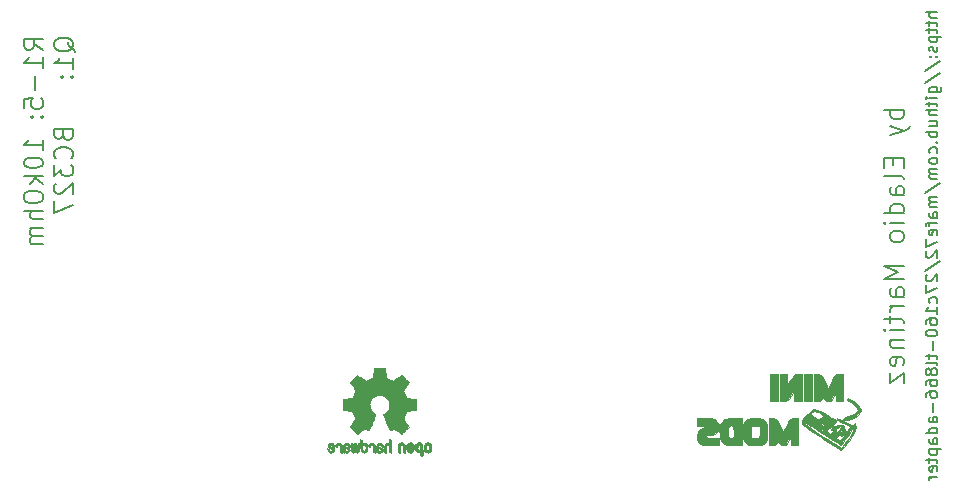
<source format=gbo>
%TF.GenerationSoftware,KiCad,Pcbnew,7.0.8*%
%TF.CreationDate,2023-11-23T12:11:22-06:00*%
%TF.ProjectId,27C160_Adapter,32374331-3630-45f4-9164-61707465722e,rev?*%
%TF.SameCoordinates,Original*%
%TF.FileFunction,Legend,Bot*%
%TF.FilePolarity,Positive*%
%FSLAX46Y46*%
G04 Gerber Fmt 4.6, Leading zero omitted, Abs format (unit mm)*
G04 Created by KiCad (PCBNEW 7.0.8) date 2023-11-23 12:11:22*
%MOMM*%
%LPD*%
G01*
G04 APERTURE LIST*
%ADD10C,0.142240*%
%ADD11C,0.134112*%
%ADD12C,0.010000*%
G04 APERTURE END LIST*
D10*
X185033296Y-93441078D02*
X183344196Y-93441078D01*
X183987663Y-93441078D02*
X183907229Y-93601945D01*
X183907229Y-93601945D02*
X183907229Y-93923678D01*
X183907229Y-93923678D02*
X183987663Y-94084545D01*
X183987663Y-94084545D02*
X184068096Y-94164978D01*
X184068096Y-94164978D02*
X184228963Y-94245412D01*
X184228963Y-94245412D02*
X184711563Y-94245412D01*
X184711563Y-94245412D02*
X184872429Y-94164978D01*
X184872429Y-94164978D02*
X184952863Y-94084545D01*
X184952863Y-94084545D02*
X185033296Y-93923678D01*
X185033296Y-93923678D02*
X185033296Y-93601945D01*
X185033296Y-93601945D02*
X184952863Y-93441078D01*
X183907229Y-94808445D02*
X185033296Y-95210611D01*
X183907229Y-95612778D02*
X185033296Y-95210611D01*
X185033296Y-95210611D02*
X185435463Y-95049745D01*
X185435463Y-95049745D02*
X185515896Y-94969311D01*
X185515896Y-94969311D02*
X185596329Y-94808445D01*
X184148529Y-97543177D02*
X184148529Y-98106211D01*
X185033296Y-98347511D02*
X185033296Y-97543177D01*
X185033296Y-97543177D02*
X183344196Y-97543177D01*
X183344196Y-97543177D02*
X183344196Y-98347511D01*
X185033296Y-99312710D02*
X184952863Y-99151844D01*
X184952863Y-99151844D02*
X184791996Y-99071410D01*
X184791996Y-99071410D02*
X183344196Y-99071410D01*
X185033296Y-100680077D02*
X184148529Y-100680077D01*
X184148529Y-100680077D02*
X183987663Y-100599644D01*
X183987663Y-100599644D02*
X183907229Y-100438777D01*
X183907229Y-100438777D02*
X183907229Y-100117044D01*
X183907229Y-100117044D02*
X183987663Y-99956177D01*
X184952863Y-100680077D02*
X185033296Y-100519211D01*
X185033296Y-100519211D02*
X185033296Y-100117044D01*
X185033296Y-100117044D02*
X184952863Y-99956177D01*
X184952863Y-99956177D02*
X184791996Y-99875744D01*
X184791996Y-99875744D02*
X184631129Y-99875744D01*
X184631129Y-99875744D02*
X184470263Y-99956177D01*
X184470263Y-99956177D02*
X184389829Y-100117044D01*
X184389829Y-100117044D02*
X184389829Y-100519211D01*
X184389829Y-100519211D02*
X184309396Y-100680077D01*
X185033296Y-102208310D02*
X183344196Y-102208310D01*
X184952863Y-102208310D02*
X185033296Y-102047444D01*
X185033296Y-102047444D02*
X185033296Y-101725710D01*
X185033296Y-101725710D02*
X184952863Y-101564844D01*
X184952863Y-101564844D02*
X184872429Y-101484410D01*
X184872429Y-101484410D02*
X184711563Y-101403977D01*
X184711563Y-101403977D02*
X184228963Y-101403977D01*
X184228963Y-101403977D02*
X184068096Y-101484410D01*
X184068096Y-101484410D02*
X183987663Y-101564844D01*
X183987663Y-101564844D02*
X183907229Y-101725710D01*
X183907229Y-101725710D02*
X183907229Y-102047444D01*
X183907229Y-102047444D02*
X183987663Y-102208310D01*
X185033296Y-103012643D02*
X183907229Y-103012643D01*
X183344196Y-103012643D02*
X183424629Y-102932210D01*
X183424629Y-102932210D02*
X183505063Y-103012643D01*
X183505063Y-103012643D02*
X183424629Y-103093077D01*
X183424629Y-103093077D02*
X183344196Y-103012643D01*
X183344196Y-103012643D02*
X183505063Y-103012643D01*
X185033296Y-104058276D02*
X184952863Y-103897410D01*
X184952863Y-103897410D02*
X184872429Y-103816976D01*
X184872429Y-103816976D02*
X184711563Y-103736543D01*
X184711563Y-103736543D02*
X184228963Y-103736543D01*
X184228963Y-103736543D02*
X184068096Y-103816976D01*
X184068096Y-103816976D02*
X183987663Y-103897410D01*
X183987663Y-103897410D02*
X183907229Y-104058276D01*
X183907229Y-104058276D02*
X183907229Y-104299576D01*
X183907229Y-104299576D02*
X183987663Y-104460443D01*
X183987663Y-104460443D02*
X184068096Y-104540876D01*
X184068096Y-104540876D02*
X184228963Y-104621310D01*
X184228963Y-104621310D02*
X184711563Y-104621310D01*
X184711563Y-104621310D02*
X184872429Y-104540876D01*
X184872429Y-104540876D02*
X184952863Y-104460443D01*
X184952863Y-104460443D02*
X185033296Y-104299576D01*
X185033296Y-104299576D02*
X185033296Y-104058276D01*
X185033296Y-106632142D02*
X183344196Y-106632142D01*
X183344196Y-106632142D02*
X184550696Y-107195176D01*
X184550696Y-107195176D02*
X183344196Y-107758209D01*
X183344196Y-107758209D02*
X185033296Y-107758209D01*
X185033296Y-109286442D02*
X184148529Y-109286442D01*
X184148529Y-109286442D02*
X183987663Y-109206009D01*
X183987663Y-109206009D02*
X183907229Y-109045142D01*
X183907229Y-109045142D02*
X183907229Y-108723409D01*
X183907229Y-108723409D02*
X183987663Y-108562542D01*
X184952863Y-109286442D02*
X185033296Y-109125576D01*
X185033296Y-109125576D02*
X185033296Y-108723409D01*
X185033296Y-108723409D02*
X184952863Y-108562542D01*
X184952863Y-108562542D02*
X184791996Y-108482109D01*
X184791996Y-108482109D02*
X184631129Y-108482109D01*
X184631129Y-108482109D02*
X184470263Y-108562542D01*
X184470263Y-108562542D02*
X184389829Y-108723409D01*
X184389829Y-108723409D02*
X184389829Y-109125576D01*
X184389829Y-109125576D02*
X184309396Y-109286442D01*
X185033296Y-110090775D02*
X183907229Y-110090775D01*
X184228963Y-110090775D02*
X184068096Y-110171209D01*
X184068096Y-110171209D02*
X183987663Y-110251642D01*
X183987663Y-110251642D02*
X183907229Y-110412509D01*
X183907229Y-110412509D02*
X183907229Y-110573375D01*
X183907229Y-110895108D02*
X183907229Y-111538575D01*
X183344196Y-111136408D02*
X184791996Y-111136408D01*
X184791996Y-111136408D02*
X184952863Y-111216842D01*
X184952863Y-111216842D02*
X185033296Y-111377708D01*
X185033296Y-111377708D02*
X185033296Y-111538575D01*
X185033296Y-112101608D02*
X183907229Y-112101608D01*
X183344196Y-112101608D02*
X183424629Y-112021175D01*
X183424629Y-112021175D02*
X183505063Y-112101608D01*
X183505063Y-112101608D02*
X183424629Y-112182042D01*
X183424629Y-112182042D02*
X183344196Y-112101608D01*
X183344196Y-112101608D02*
X183505063Y-112101608D01*
X183907229Y-112905941D02*
X185033296Y-112905941D01*
X184068096Y-112905941D02*
X183987663Y-112986375D01*
X183987663Y-112986375D02*
X183907229Y-113147241D01*
X183907229Y-113147241D02*
X183907229Y-113388541D01*
X183907229Y-113388541D02*
X183987663Y-113549408D01*
X183987663Y-113549408D02*
X184148529Y-113629841D01*
X184148529Y-113629841D02*
X185033296Y-113629841D01*
X184952863Y-115077641D02*
X185033296Y-114916774D01*
X185033296Y-114916774D02*
X185033296Y-114595041D01*
X185033296Y-114595041D02*
X184952863Y-114434174D01*
X184952863Y-114434174D02*
X184791996Y-114353741D01*
X184791996Y-114353741D02*
X184148529Y-114353741D01*
X184148529Y-114353741D02*
X183987663Y-114434174D01*
X183987663Y-114434174D02*
X183907229Y-114595041D01*
X183907229Y-114595041D02*
X183907229Y-114916774D01*
X183907229Y-114916774D02*
X183987663Y-115077641D01*
X183987663Y-115077641D02*
X184148529Y-115158074D01*
X184148529Y-115158074D02*
X184309396Y-115158074D01*
X184309396Y-115158074D02*
X184470263Y-114353741D01*
X183907229Y-115721108D02*
X183907229Y-116605874D01*
X183907229Y-116605874D02*
X185033296Y-115721108D01*
X185033296Y-115721108D02*
X185033296Y-116605874D01*
X187895322Y-85204943D02*
X186895322Y-85204943D01*
X187895322Y-85633514D02*
X187371512Y-85633514D01*
X187371512Y-85633514D02*
X187276274Y-85585895D01*
X187276274Y-85585895D02*
X187228655Y-85490657D01*
X187228655Y-85490657D02*
X187228655Y-85347800D01*
X187228655Y-85347800D02*
X187276274Y-85252562D01*
X187276274Y-85252562D02*
X187323893Y-85204943D01*
X187228655Y-85966848D02*
X187228655Y-86347800D01*
X186895322Y-86109705D02*
X187752464Y-86109705D01*
X187752464Y-86109705D02*
X187847703Y-86157324D01*
X187847703Y-86157324D02*
X187895322Y-86252562D01*
X187895322Y-86252562D02*
X187895322Y-86347800D01*
X187228655Y-86538277D02*
X187228655Y-86919229D01*
X186895322Y-86681134D02*
X187752464Y-86681134D01*
X187752464Y-86681134D02*
X187847703Y-86728753D01*
X187847703Y-86728753D02*
X187895322Y-86823991D01*
X187895322Y-86823991D02*
X187895322Y-86919229D01*
X187228655Y-87252563D02*
X188228655Y-87252563D01*
X187276274Y-87252563D02*
X187228655Y-87347801D01*
X187228655Y-87347801D02*
X187228655Y-87538277D01*
X187228655Y-87538277D02*
X187276274Y-87633515D01*
X187276274Y-87633515D02*
X187323893Y-87681134D01*
X187323893Y-87681134D02*
X187419131Y-87728753D01*
X187419131Y-87728753D02*
X187704845Y-87728753D01*
X187704845Y-87728753D02*
X187800083Y-87681134D01*
X187800083Y-87681134D02*
X187847703Y-87633515D01*
X187847703Y-87633515D02*
X187895322Y-87538277D01*
X187895322Y-87538277D02*
X187895322Y-87347801D01*
X187895322Y-87347801D02*
X187847703Y-87252563D01*
X187847703Y-88109706D02*
X187895322Y-88204944D01*
X187895322Y-88204944D02*
X187895322Y-88395420D01*
X187895322Y-88395420D02*
X187847703Y-88490658D01*
X187847703Y-88490658D02*
X187752464Y-88538277D01*
X187752464Y-88538277D02*
X187704845Y-88538277D01*
X187704845Y-88538277D02*
X187609607Y-88490658D01*
X187609607Y-88490658D02*
X187561988Y-88395420D01*
X187561988Y-88395420D02*
X187561988Y-88252563D01*
X187561988Y-88252563D02*
X187514369Y-88157325D01*
X187514369Y-88157325D02*
X187419131Y-88109706D01*
X187419131Y-88109706D02*
X187371512Y-88109706D01*
X187371512Y-88109706D02*
X187276274Y-88157325D01*
X187276274Y-88157325D02*
X187228655Y-88252563D01*
X187228655Y-88252563D02*
X187228655Y-88395420D01*
X187228655Y-88395420D02*
X187276274Y-88490658D01*
X187800083Y-88966849D02*
X187847703Y-89014468D01*
X187847703Y-89014468D02*
X187895322Y-88966849D01*
X187895322Y-88966849D02*
X187847703Y-88919230D01*
X187847703Y-88919230D02*
X187800083Y-88966849D01*
X187800083Y-88966849D02*
X187895322Y-88966849D01*
X187276274Y-88966849D02*
X187323893Y-89014468D01*
X187323893Y-89014468D02*
X187371512Y-88966849D01*
X187371512Y-88966849D02*
X187323893Y-88919230D01*
X187323893Y-88919230D02*
X187276274Y-88966849D01*
X187276274Y-88966849D02*
X187371512Y-88966849D01*
X186847703Y-90157324D02*
X188133417Y-89300182D01*
X186847703Y-91204943D02*
X188133417Y-90347801D01*
X187228655Y-91966848D02*
X188038179Y-91966848D01*
X188038179Y-91966848D02*
X188133417Y-91919229D01*
X188133417Y-91919229D02*
X188181036Y-91871610D01*
X188181036Y-91871610D02*
X188228655Y-91776372D01*
X188228655Y-91776372D02*
X188228655Y-91633515D01*
X188228655Y-91633515D02*
X188181036Y-91538277D01*
X187847703Y-91966848D02*
X187895322Y-91871610D01*
X187895322Y-91871610D02*
X187895322Y-91681134D01*
X187895322Y-91681134D02*
X187847703Y-91585896D01*
X187847703Y-91585896D02*
X187800083Y-91538277D01*
X187800083Y-91538277D02*
X187704845Y-91490658D01*
X187704845Y-91490658D02*
X187419131Y-91490658D01*
X187419131Y-91490658D02*
X187323893Y-91538277D01*
X187323893Y-91538277D02*
X187276274Y-91585896D01*
X187276274Y-91585896D02*
X187228655Y-91681134D01*
X187228655Y-91681134D02*
X187228655Y-91871610D01*
X187228655Y-91871610D02*
X187276274Y-91966848D01*
X187895322Y-92443039D02*
X187228655Y-92443039D01*
X186895322Y-92443039D02*
X186942941Y-92395420D01*
X186942941Y-92395420D02*
X186990560Y-92443039D01*
X186990560Y-92443039D02*
X186942941Y-92490658D01*
X186942941Y-92490658D02*
X186895322Y-92443039D01*
X186895322Y-92443039D02*
X186990560Y-92443039D01*
X187228655Y-92776372D02*
X187228655Y-93157324D01*
X186895322Y-92919229D02*
X187752464Y-92919229D01*
X187752464Y-92919229D02*
X187847703Y-92966848D01*
X187847703Y-92966848D02*
X187895322Y-93062086D01*
X187895322Y-93062086D02*
X187895322Y-93157324D01*
X187895322Y-93490658D02*
X186895322Y-93490658D01*
X187895322Y-93919229D02*
X187371512Y-93919229D01*
X187371512Y-93919229D02*
X187276274Y-93871610D01*
X187276274Y-93871610D02*
X187228655Y-93776372D01*
X187228655Y-93776372D02*
X187228655Y-93633515D01*
X187228655Y-93633515D02*
X187276274Y-93538277D01*
X187276274Y-93538277D02*
X187323893Y-93490658D01*
X187228655Y-94823991D02*
X187895322Y-94823991D01*
X187228655Y-94395420D02*
X187752464Y-94395420D01*
X187752464Y-94395420D02*
X187847703Y-94443039D01*
X187847703Y-94443039D02*
X187895322Y-94538277D01*
X187895322Y-94538277D02*
X187895322Y-94681134D01*
X187895322Y-94681134D02*
X187847703Y-94776372D01*
X187847703Y-94776372D02*
X187800083Y-94823991D01*
X187895322Y-95300182D02*
X186895322Y-95300182D01*
X187276274Y-95300182D02*
X187228655Y-95395420D01*
X187228655Y-95395420D02*
X187228655Y-95585896D01*
X187228655Y-95585896D02*
X187276274Y-95681134D01*
X187276274Y-95681134D02*
X187323893Y-95728753D01*
X187323893Y-95728753D02*
X187419131Y-95776372D01*
X187419131Y-95776372D02*
X187704845Y-95776372D01*
X187704845Y-95776372D02*
X187800083Y-95728753D01*
X187800083Y-95728753D02*
X187847703Y-95681134D01*
X187847703Y-95681134D02*
X187895322Y-95585896D01*
X187895322Y-95585896D02*
X187895322Y-95395420D01*
X187895322Y-95395420D02*
X187847703Y-95300182D01*
X187800083Y-96204944D02*
X187847703Y-96252563D01*
X187847703Y-96252563D02*
X187895322Y-96204944D01*
X187895322Y-96204944D02*
X187847703Y-96157325D01*
X187847703Y-96157325D02*
X187800083Y-96204944D01*
X187800083Y-96204944D02*
X187895322Y-96204944D01*
X187847703Y-97109705D02*
X187895322Y-97014467D01*
X187895322Y-97014467D02*
X187895322Y-96823991D01*
X187895322Y-96823991D02*
X187847703Y-96728753D01*
X187847703Y-96728753D02*
X187800083Y-96681134D01*
X187800083Y-96681134D02*
X187704845Y-96633515D01*
X187704845Y-96633515D02*
X187419131Y-96633515D01*
X187419131Y-96633515D02*
X187323893Y-96681134D01*
X187323893Y-96681134D02*
X187276274Y-96728753D01*
X187276274Y-96728753D02*
X187228655Y-96823991D01*
X187228655Y-96823991D02*
X187228655Y-97014467D01*
X187228655Y-97014467D02*
X187276274Y-97109705D01*
X187895322Y-97681134D02*
X187847703Y-97585896D01*
X187847703Y-97585896D02*
X187800083Y-97538277D01*
X187800083Y-97538277D02*
X187704845Y-97490658D01*
X187704845Y-97490658D02*
X187419131Y-97490658D01*
X187419131Y-97490658D02*
X187323893Y-97538277D01*
X187323893Y-97538277D02*
X187276274Y-97585896D01*
X187276274Y-97585896D02*
X187228655Y-97681134D01*
X187228655Y-97681134D02*
X187228655Y-97823991D01*
X187228655Y-97823991D02*
X187276274Y-97919229D01*
X187276274Y-97919229D02*
X187323893Y-97966848D01*
X187323893Y-97966848D02*
X187419131Y-98014467D01*
X187419131Y-98014467D02*
X187704845Y-98014467D01*
X187704845Y-98014467D02*
X187800083Y-97966848D01*
X187800083Y-97966848D02*
X187847703Y-97919229D01*
X187847703Y-97919229D02*
X187895322Y-97823991D01*
X187895322Y-97823991D02*
X187895322Y-97681134D01*
X187895322Y-98443039D02*
X187228655Y-98443039D01*
X187323893Y-98443039D02*
X187276274Y-98490658D01*
X187276274Y-98490658D02*
X187228655Y-98585896D01*
X187228655Y-98585896D02*
X187228655Y-98728753D01*
X187228655Y-98728753D02*
X187276274Y-98823991D01*
X187276274Y-98823991D02*
X187371512Y-98871610D01*
X187371512Y-98871610D02*
X187895322Y-98871610D01*
X187371512Y-98871610D02*
X187276274Y-98919229D01*
X187276274Y-98919229D02*
X187228655Y-99014467D01*
X187228655Y-99014467D02*
X187228655Y-99157324D01*
X187228655Y-99157324D02*
X187276274Y-99252563D01*
X187276274Y-99252563D02*
X187371512Y-99300182D01*
X187371512Y-99300182D02*
X187895322Y-99300182D01*
X186847703Y-100490657D02*
X188133417Y-99633515D01*
X187895322Y-100823991D02*
X187228655Y-100823991D01*
X187323893Y-100823991D02*
X187276274Y-100871610D01*
X187276274Y-100871610D02*
X187228655Y-100966848D01*
X187228655Y-100966848D02*
X187228655Y-101109705D01*
X187228655Y-101109705D02*
X187276274Y-101204943D01*
X187276274Y-101204943D02*
X187371512Y-101252562D01*
X187371512Y-101252562D02*
X187895322Y-101252562D01*
X187371512Y-101252562D02*
X187276274Y-101300181D01*
X187276274Y-101300181D02*
X187228655Y-101395419D01*
X187228655Y-101395419D02*
X187228655Y-101538276D01*
X187228655Y-101538276D02*
X187276274Y-101633515D01*
X187276274Y-101633515D02*
X187371512Y-101681134D01*
X187371512Y-101681134D02*
X187895322Y-101681134D01*
X187895322Y-102585895D02*
X187371512Y-102585895D01*
X187371512Y-102585895D02*
X187276274Y-102538276D01*
X187276274Y-102538276D02*
X187228655Y-102443038D01*
X187228655Y-102443038D02*
X187228655Y-102252562D01*
X187228655Y-102252562D02*
X187276274Y-102157324D01*
X187847703Y-102585895D02*
X187895322Y-102490657D01*
X187895322Y-102490657D02*
X187895322Y-102252562D01*
X187895322Y-102252562D02*
X187847703Y-102157324D01*
X187847703Y-102157324D02*
X187752464Y-102109705D01*
X187752464Y-102109705D02*
X187657226Y-102109705D01*
X187657226Y-102109705D02*
X187561988Y-102157324D01*
X187561988Y-102157324D02*
X187514369Y-102252562D01*
X187514369Y-102252562D02*
X187514369Y-102490657D01*
X187514369Y-102490657D02*
X187466750Y-102585895D01*
X187228655Y-102919229D02*
X187228655Y-103300181D01*
X187895322Y-103062086D02*
X187038179Y-103062086D01*
X187038179Y-103062086D02*
X186942941Y-103109705D01*
X186942941Y-103109705D02*
X186895322Y-103204943D01*
X186895322Y-103204943D02*
X186895322Y-103300181D01*
X187847703Y-104014467D02*
X187895322Y-103919229D01*
X187895322Y-103919229D02*
X187895322Y-103728753D01*
X187895322Y-103728753D02*
X187847703Y-103633515D01*
X187847703Y-103633515D02*
X187752464Y-103585896D01*
X187752464Y-103585896D02*
X187371512Y-103585896D01*
X187371512Y-103585896D02*
X187276274Y-103633515D01*
X187276274Y-103633515D02*
X187228655Y-103728753D01*
X187228655Y-103728753D02*
X187228655Y-103919229D01*
X187228655Y-103919229D02*
X187276274Y-104014467D01*
X187276274Y-104014467D02*
X187371512Y-104062086D01*
X187371512Y-104062086D02*
X187466750Y-104062086D01*
X187466750Y-104062086D02*
X187561988Y-103585896D01*
X186895322Y-104395420D02*
X186895322Y-105062086D01*
X186895322Y-105062086D02*
X187895322Y-104633515D01*
X186990560Y-105395420D02*
X186942941Y-105443039D01*
X186942941Y-105443039D02*
X186895322Y-105538277D01*
X186895322Y-105538277D02*
X186895322Y-105776372D01*
X186895322Y-105776372D02*
X186942941Y-105871610D01*
X186942941Y-105871610D02*
X186990560Y-105919229D01*
X186990560Y-105919229D02*
X187085798Y-105966848D01*
X187085798Y-105966848D02*
X187181036Y-105966848D01*
X187181036Y-105966848D02*
X187323893Y-105919229D01*
X187323893Y-105919229D02*
X187895322Y-105347801D01*
X187895322Y-105347801D02*
X187895322Y-105966848D01*
X186847703Y-107109705D02*
X188133417Y-106252563D01*
X186990560Y-107395420D02*
X186942941Y-107443039D01*
X186942941Y-107443039D02*
X186895322Y-107538277D01*
X186895322Y-107538277D02*
X186895322Y-107776372D01*
X186895322Y-107776372D02*
X186942941Y-107871610D01*
X186942941Y-107871610D02*
X186990560Y-107919229D01*
X186990560Y-107919229D02*
X187085798Y-107966848D01*
X187085798Y-107966848D02*
X187181036Y-107966848D01*
X187181036Y-107966848D02*
X187323893Y-107919229D01*
X187323893Y-107919229D02*
X187895322Y-107347801D01*
X187895322Y-107347801D02*
X187895322Y-107966848D01*
X186895322Y-108300182D02*
X186895322Y-108966848D01*
X186895322Y-108966848D02*
X187895322Y-108538277D01*
X187847703Y-109776372D02*
X187895322Y-109681134D01*
X187895322Y-109681134D02*
X187895322Y-109490658D01*
X187895322Y-109490658D02*
X187847703Y-109395420D01*
X187847703Y-109395420D02*
X187800083Y-109347801D01*
X187800083Y-109347801D02*
X187704845Y-109300182D01*
X187704845Y-109300182D02*
X187419131Y-109300182D01*
X187419131Y-109300182D02*
X187323893Y-109347801D01*
X187323893Y-109347801D02*
X187276274Y-109395420D01*
X187276274Y-109395420D02*
X187228655Y-109490658D01*
X187228655Y-109490658D02*
X187228655Y-109681134D01*
X187228655Y-109681134D02*
X187276274Y-109776372D01*
X187895322Y-110728753D02*
X187895322Y-110157325D01*
X187895322Y-110443039D02*
X186895322Y-110443039D01*
X186895322Y-110443039D02*
X187038179Y-110347801D01*
X187038179Y-110347801D02*
X187133417Y-110252563D01*
X187133417Y-110252563D02*
X187181036Y-110157325D01*
X186895322Y-111585896D02*
X186895322Y-111395420D01*
X186895322Y-111395420D02*
X186942941Y-111300182D01*
X186942941Y-111300182D02*
X186990560Y-111252563D01*
X186990560Y-111252563D02*
X187133417Y-111157325D01*
X187133417Y-111157325D02*
X187323893Y-111109706D01*
X187323893Y-111109706D02*
X187704845Y-111109706D01*
X187704845Y-111109706D02*
X187800083Y-111157325D01*
X187800083Y-111157325D02*
X187847703Y-111204944D01*
X187847703Y-111204944D02*
X187895322Y-111300182D01*
X187895322Y-111300182D02*
X187895322Y-111490658D01*
X187895322Y-111490658D02*
X187847703Y-111585896D01*
X187847703Y-111585896D02*
X187800083Y-111633515D01*
X187800083Y-111633515D02*
X187704845Y-111681134D01*
X187704845Y-111681134D02*
X187466750Y-111681134D01*
X187466750Y-111681134D02*
X187371512Y-111633515D01*
X187371512Y-111633515D02*
X187323893Y-111585896D01*
X187323893Y-111585896D02*
X187276274Y-111490658D01*
X187276274Y-111490658D02*
X187276274Y-111300182D01*
X187276274Y-111300182D02*
X187323893Y-111204944D01*
X187323893Y-111204944D02*
X187371512Y-111157325D01*
X187371512Y-111157325D02*
X187466750Y-111109706D01*
X186895322Y-112300182D02*
X186895322Y-112395420D01*
X186895322Y-112395420D02*
X186942941Y-112490658D01*
X186942941Y-112490658D02*
X186990560Y-112538277D01*
X186990560Y-112538277D02*
X187085798Y-112585896D01*
X187085798Y-112585896D02*
X187276274Y-112633515D01*
X187276274Y-112633515D02*
X187514369Y-112633515D01*
X187514369Y-112633515D02*
X187704845Y-112585896D01*
X187704845Y-112585896D02*
X187800083Y-112538277D01*
X187800083Y-112538277D02*
X187847703Y-112490658D01*
X187847703Y-112490658D02*
X187895322Y-112395420D01*
X187895322Y-112395420D02*
X187895322Y-112300182D01*
X187895322Y-112300182D02*
X187847703Y-112204944D01*
X187847703Y-112204944D02*
X187800083Y-112157325D01*
X187800083Y-112157325D02*
X187704845Y-112109706D01*
X187704845Y-112109706D02*
X187514369Y-112062087D01*
X187514369Y-112062087D02*
X187276274Y-112062087D01*
X187276274Y-112062087D02*
X187085798Y-112109706D01*
X187085798Y-112109706D02*
X186990560Y-112157325D01*
X186990560Y-112157325D02*
X186942941Y-112204944D01*
X186942941Y-112204944D02*
X186895322Y-112300182D01*
X187514369Y-113062087D02*
X187514369Y-113823992D01*
X187228655Y-114157325D02*
X187228655Y-114538277D01*
X186895322Y-114300182D02*
X187752464Y-114300182D01*
X187752464Y-114300182D02*
X187847703Y-114347801D01*
X187847703Y-114347801D02*
X187895322Y-114443039D01*
X187895322Y-114443039D02*
X187895322Y-114538277D01*
X187895322Y-115014468D02*
X187847703Y-114919230D01*
X187847703Y-114919230D02*
X187752464Y-114871611D01*
X187752464Y-114871611D02*
X186895322Y-114871611D01*
X187323893Y-115538278D02*
X187276274Y-115443040D01*
X187276274Y-115443040D02*
X187228655Y-115395421D01*
X187228655Y-115395421D02*
X187133417Y-115347802D01*
X187133417Y-115347802D02*
X187085798Y-115347802D01*
X187085798Y-115347802D02*
X186990560Y-115395421D01*
X186990560Y-115395421D02*
X186942941Y-115443040D01*
X186942941Y-115443040D02*
X186895322Y-115538278D01*
X186895322Y-115538278D02*
X186895322Y-115728754D01*
X186895322Y-115728754D02*
X186942941Y-115823992D01*
X186942941Y-115823992D02*
X186990560Y-115871611D01*
X186990560Y-115871611D02*
X187085798Y-115919230D01*
X187085798Y-115919230D02*
X187133417Y-115919230D01*
X187133417Y-115919230D02*
X187228655Y-115871611D01*
X187228655Y-115871611D02*
X187276274Y-115823992D01*
X187276274Y-115823992D02*
X187323893Y-115728754D01*
X187323893Y-115728754D02*
X187323893Y-115538278D01*
X187323893Y-115538278D02*
X187371512Y-115443040D01*
X187371512Y-115443040D02*
X187419131Y-115395421D01*
X187419131Y-115395421D02*
X187514369Y-115347802D01*
X187514369Y-115347802D02*
X187704845Y-115347802D01*
X187704845Y-115347802D02*
X187800083Y-115395421D01*
X187800083Y-115395421D02*
X187847703Y-115443040D01*
X187847703Y-115443040D02*
X187895322Y-115538278D01*
X187895322Y-115538278D02*
X187895322Y-115728754D01*
X187895322Y-115728754D02*
X187847703Y-115823992D01*
X187847703Y-115823992D02*
X187800083Y-115871611D01*
X187800083Y-115871611D02*
X187704845Y-115919230D01*
X187704845Y-115919230D02*
X187514369Y-115919230D01*
X187514369Y-115919230D02*
X187419131Y-115871611D01*
X187419131Y-115871611D02*
X187371512Y-115823992D01*
X187371512Y-115823992D02*
X187323893Y-115728754D01*
X186895322Y-116776373D02*
X186895322Y-116585897D01*
X186895322Y-116585897D02*
X186942941Y-116490659D01*
X186942941Y-116490659D02*
X186990560Y-116443040D01*
X186990560Y-116443040D02*
X187133417Y-116347802D01*
X187133417Y-116347802D02*
X187323893Y-116300183D01*
X187323893Y-116300183D02*
X187704845Y-116300183D01*
X187704845Y-116300183D02*
X187800083Y-116347802D01*
X187800083Y-116347802D02*
X187847703Y-116395421D01*
X187847703Y-116395421D02*
X187895322Y-116490659D01*
X187895322Y-116490659D02*
X187895322Y-116681135D01*
X187895322Y-116681135D02*
X187847703Y-116776373D01*
X187847703Y-116776373D02*
X187800083Y-116823992D01*
X187800083Y-116823992D02*
X187704845Y-116871611D01*
X187704845Y-116871611D02*
X187466750Y-116871611D01*
X187466750Y-116871611D02*
X187371512Y-116823992D01*
X187371512Y-116823992D02*
X187323893Y-116776373D01*
X187323893Y-116776373D02*
X187276274Y-116681135D01*
X187276274Y-116681135D02*
X187276274Y-116490659D01*
X187276274Y-116490659D02*
X187323893Y-116395421D01*
X187323893Y-116395421D02*
X187371512Y-116347802D01*
X187371512Y-116347802D02*
X187466750Y-116300183D01*
X186895322Y-117728754D02*
X186895322Y-117538278D01*
X186895322Y-117538278D02*
X186942941Y-117443040D01*
X186942941Y-117443040D02*
X186990560Y-117395421D01*
X186990560Y-117395421D02*
X187133417Y-117300183D01*
X187133417Y-117300183D02*
X187323893Y-117252564D01*
X187323893Y-117252564D02*
X187704845Y-117252564D01*
X187704845Y-117252564D02*
X187800083Y-117300183D01*
X187800083Y-117300183D02*
X187847703Y-117347802D01*
X187847703Y-117347802D02*
X187895322Y-117443040D01*
X187895322Y-117443040D02*
X187895322Y-117633516D01*
X187895322Y-117633516D02*
X187847703Y-117728754D01*
X187847703Y-117728754D02*
X187800083Y-117776373D01*
X187800083Y-117776373D02*
X187704845Y-117823992D01*
X187704845Y-117823992D02*
X187466750Y-117823992D01*
X187466750Y-117823992D02*
X187371512Y-117776373D01*
X187371512Y-117776373D02*
X187323893Y-117728754D01*
X187323893Y-117728754D02*
X187276274Y-117633516D01*
X187276274Y-117633516D02*
X187276274Y-117443040D01*
X187276274Y-117443040D02*
X187323893Y-117347802D01*
X187323893Y-117347802D02*
X187371512Y-117300183D01*
X187371512Y-117300183D02*
X187466750Y-117252564D01*
X187514369Y-118252564D02*
X187514369Y-119014469D01*
X187895322Y-119919230D02*
X187371512Y-119919230D01*
X187371512Y-119919230D02*
X187276274Y-119871611D01*
X187276274Y-119871611D02*
X187228655Y-119776373D01*
X187228655Y-119776373D02*
X187228655Y-119585897D01*
X187228655Y-119585897D02*
X187276274Y-119490659D01*
X187847703Y-119919230D02*
X187895322Y-119823992D01*
X187895322Y-119823992D02*
X187895322Y-119585897D01*
X187895322Y-119585897D02*
X187847703Y-119490659D01*
X187847703Y-119490659D02*
X187752464Y-119443040D01*
X187752464Y-119443040D02*
X187657226Y-119443040D01*
X187657226Y-119443040D02*
X187561988Y-119490659D01*
X187561988Y-119490659D02*
X187514369Y-119585897D01*
X187514369Y-119585897D02*
X187514369Y-119823992D01*
X187514369Y-119823992D02*
X187466750Y-119919230D01*
X187895322Y-120823992D02*
X186895322Y-120823992D01*
X187847703Y-120823992D02*
X187895322Y-120728754D01*
X187895322Y-120728754D02*
X187895322Y-120538278D01*
X187895322Y-120538278D02*
X187847703Y-120443040D01*
X187847703Y-120443040D02*
X187800083Y-120395421D01*
X187800083Y-120395421D02*
X187704845Y-120347802D01*
X187704845Y-120347802D02*
X187419131Y-120347802D01*
X187419131Y-120347802D02*
X187323893Y-120395421D01*
X187323893Y-120395421D02*
X187276274Y-120443040D01*
X187276274Y-120443040D02*
X187228655Y-120538278D01*
X187228655Y-120538278D02*
X187228655Y-120728754D01*
X187228655Y-120728754D02*
X187276274Y-120823992D01*
X187895322Y-121728754D02*
X187371512Y-121728754D01*
X187371512Y-121728754D02*
X187276274Y-121681135D01*
X187276274Y-121681135D02*
X187228655Y-121585897D01*
X187228655Y-121585897D02*
X187228655Y-121395421D01*
X187228655Y-121395421D02*
X187276274Y-121300183D01*
X187847703Y-121728754D02*
X187895322Y-121633516D01*
X187895322Y-121633516D02*
X187895322Y-121395421D01*
X187895322Y-121395421D02*
X187847703Y-121300183D01*
X187847703Y-121300183D02*
X187752464Y-121252564D01*
X187752464Y-121252564D02*
X187657226Y-121252564D01*
X187657226Y-121252564D02*
X187561988Y-121300183D01*
X187561988Y-121300183D02*
X187514369Y-121395421D01*
X187514369Y-121395421D02*
X187514369Y-121633516D01*
X187514369Y-121633516D02*
X187466750Y-121728754D01*
X187228655Y-122204945D02*
X188228655Y-122204945D01*
X187276274Y-122204945D02*
X187228655Y-122300183D01*
X187228655Y-122300183D02*
X187228655Y-122490659D01*
X187228655Y-122490659D02*
X187276274Y-122585897D01*
X187276274Y-122585897D02*
X187323893Y-122633516D01*
X187323893Y-122633516D02*
X187419131Y-122681135D01*
X187419131Y-122681135D02*
X187704845Y-122681135D01*
X187704845Y-122681135D02*
X187800083Y-122633516D01*
X187800083Y-122633516D02*
X187847703Y-122585897D01*
X187847703Y-122585897D02*
X187895322Y-122490659D01*
X187895322Y-122490659D02*
X187895322Y-122300183D01*
X187895322Y-122300183D02*
X187847703Y-122204945D01*
X187228655Y-122966850D02*
X187228655Y-123347802D01*
X186895322Y-123109707D02*
X187752464Y-123109707D01*
X187752464Y-123109707D02*
X187847703Y-123157326D01*
X187847703Y-123157326D02*
X187895322Y-123252564D01*
X187895322Y-123252564D02*
X187895322Y-123347802D01*
X187847703Y-124062088D02*
X187895322Y-123966850D01*
X187895322Y-123966850D02*
X187895322Y-123776374D01*
X187895322Y-123776374D02*
X187847703Y-123681136D01*
X187847703Y-123681136D02*
X187752464Y-123633517D01*
X187752464Y-123633517D02*
X187371512Y-123633517D01*
X187371512Y-123633517D02*
X187276274Y-123681136D01*
X187276274Y-123681136D02*
X187228655Y-123776374D01*
X187228655Y-123776374D02*
X187228655Y-123966850D01*
X187228655Y-123966850D02*
X187276274Y-124062088D01*
X187276274Y-124062088D02*
X187371512Y-124109707D01*
X187371512Y-124109707D02*
X187466750Y-124109707D01*
X187466750Y-124109707D02*
X187561988Y-123633517D01*
X187895322Y-124538279D02*
X187228655Y-124538279D01*
X187419131Y-124538279D02*
X187323893Y-124585898D01*
X187323893Y-124585898D02*
X187276274Y-124633517D01*
X187276274Y-124633517D02*
X187228655Y-124728755D01*
X187228655Y-124728755D02*
X187228655Y-124823993D01*
D11*
X112138591Y-88386867D02*
X111380219Y-87856007D01*
X112138591Y-87476821D02*
X110546011Y-87476821D01*
X110546011Y-87476821D02*
X110546011Y-88083518D01*
X110546011Y-88083518D02*
X110621848Y-88235193D01*
X110621848Y-88235193D02*
X110697685Y-88311030D01*
X110697685Y-88311030D02*
X110849359Y-88386867D01*
X110849359Y-88386867D02*
X111076871Y-88386867D01*
X111076871Y-88386867D02*
X111228545Y-88311030D01*
X111228545Y-88311030D02*
X111304382Y-88235193D01*
X111304382Y-88235193D02*
X111380219Y-88083518D01*
X111380219Y-88083518D02*
X111380219Y-87476821D01*
X112138591Y-89903610D02*
X112138591Y-88993564D01*
X112138591Y-89448587D02*
X110546011Y-89448587D01*
X110546011Y-89448587D02*
X110773522Y-89296913D01*
X110773522Y-89296913D02*
X110925196Y-89145238D01*
X110925196Y-89145238D02*
X111001034Y-88993564D01*
X111531894Y-90586144D02*
X111531894Y-91799539D01*
X110546011Y-93316282D02*
X110546011Y-92557910D01*
X110546011Y-92557910D02*
X111304382Y-92482073D01*
X111304382Y-92482073D02*
X111228545Y-92557910D01*
X111228545Y-92557910D02*
X111152708Y-92709585D01*
X111152708Y-92709585D02*
X111152708Y-93088770D01*
X111152708Y-93088770D02*
X111228545Y-93240445D01*
X111228545Y-93240445D02*
X111304382Y-93316282D01*
X111304382Y-93316282D02*
X111456056Y-93392119D01*
X111456056Y-93392119D02*
X111835242Y-93392119D01*
X111835242Y-93392119D02*
X111986916Y-93316282D01*
X111986916Y-93316282D02*
X112062754Y-93240445D01*
X112062754Y-93240445D02*
X112138591Y-93088770D01*
X112138591Y-93088770D02*
X112138591Y-92709585D01*
X112138591Y-92709585D02*
X112062754Y-92557910D01*
X112062754Y-92557910D02*
X111986916Y-92482073D01*
X111986916Y-94074653D02*
X112062754Y-94150490D01*
X112062754Y-94150490D02*
X112138591Y-94074653D01*
X112138591Y-94074653D02*
X112062754Y-93998816D01*
X112062754Y-93998816D02*
X111986916Y-94074653D01*
X111986916Y-94074653D02*
X112138591Y-94074653D01*
X111152708Y-94074653D02*
X111228545Y-94150490D01*
X111228545Y-94150490D02*
X111304382Y-94074653D01*
X111304382Y-94074653D02*
X111228545Y-93998816D01*
X111228545Y-93998816D02*
X111152708Y-94074653D01*
X111152708Y-94074653D02*
X111304382Y-94074653D01*
X112138591Y-96880627D02*
X112138591Y-95970581D01*
X112138591Y-96425604D02*
X110546011Y-96425604D01*
X110546011Y-96425604D02*
X110773522Y-96273930D01*
X110773522Y-96273930D02*
X110925196Y-96122255D01*
X110925196Y-96122255D02*
X111001034Y-95970581D01*
X110546011Y-97866510D02*
X110546011Y-98018184D01*
X110546011Y-98018184D02*
X110621848Y-98169858D01*
X110621848Y-98169858D02*
X110697685Y-98245696D01*
X110697685Y-98245696D02*
X110849359Y-98321533D01*
X110849359Y-98321533D02*
X111152708Y-98397370D01*
X111152708Y-98397370D02*
X111531894Y-98397370D01*
X111531894Y-98397370D02*
X111835242Y-98321533D01*
X111835242Y-98321533D02*
X111986916Y-98245696D01*
X111986916Y-98245696D02*
X112062754Y-98169858D01*
X112062754Y-98169858D02*
X112138591Y-98018184D01*
X112138591Y-98018184D02*
X112138591Y-97866510D01*
X112138591Y-97866510D02*
X112062754Y-97714836D01*
X112062754Y-97714836D02*
X111986916Y-97638998D01*
X111986916Y-97638998D02*
X111835242Y-97563161D01*
X111835242Y-97563161D02*
X111531894Y-97487324D01*
X111531894Y-97487324D02*
X111152708Y-97487324D01*
X111152708Y-97487324D02*
X110849359Y-97563161D01*
X110849359Y-97563161D02*
X110697685Y-97638998D01*
X110697685Y-97638998D02*
X110621848Y-97714836D01*
X110621848Y-97714836D02*
X110546011Y-97866510D01*
X112138591Y-99079904D02*
X110546011Y-99079904D01*
X111531894Y-99231579D02*
X112138591Y-99686601D01*
X111076871Y-99686601D02*
X111683568Y-99079904D01*
X110546011Y-100672484D02*
X110546011Y-100975832D01*
X110546011Y-100975832D02*
X110621848Y-101127507D01*
X110621848Y-101127507D02*
X110773522Y-101279181D01*
X110773522Y-101279181D02*
X111076871Y-101355018D01*
X111076871Y-101355018D02*
X111607731Y-101355018D01*
X111607731Y-101355018D02*
X111911079Y-101279181D01*
X111911079Y-101279181D02*
X112062754Y-101127507D01*
X112062754Y-101127507D02*
X112138591Y-100975832D01*
X112138591Y-100975832D02*
X112138591Y-100672484D01*
X112138591Y-100672484D02*
X112062754Y-100520810D01*
X112062754Y-100520810D02*
X111911079Y-100369135D01*
X111911079Y-100369135D02*
X111607731Y-100293298D01*
X111607731Y-100293298D02*
X111076871Y-100293298D01*
X111076871Y-100293298D02*
X110773522Y-100369135D01*
X110773522Y-100369135D02*
X110621848Y-100520810D01*
X110621848Y-100520810D02*
X110546011Y-100672484D01*
X112138591Y-102037552D02*
X110546011Y-102037552D01*
X112138591Y-102720087D02*
X111304382Y-102720087D01*
X111304382Y-102720087D02*
X111152708Y-102644249D01*
X111152708Y-102644249D02*
X111076871Y-102492575D01*
X111076871Y-102492575D02*
X111076871Y-102265064D01*
X111076871Y-102265064D02*
X111152708Y-102113389D01*
X111152708Y-102113389D02*
X111228545Y-102037552D01*
X112138591Y-103478458D02*
X111076871Y-103478458D01*
X111228545Y-103478458D02*
X111152708Y-103554295D01*
X111152708Y-103554295D02*
X111076871Y-103705970D01*
X111076871Y-103705970D02*
X111076871Y-103933481D01*
X111076871Y-103933481D02*
X111152708Y-104085155D01*
X111152708Y-104085155D02*
X111304382Y-104160993D01*
X111304382Y-104160993D02*
X112138591Y-104160993D01*
X111304382Y-104160993D02*
X111152708Y-104236830D01*
X111152708Y-104236830D02*
X111076871Y-104388504D01*
X111076871Y-104388504D02*
X111076871Y-104616015D01*
X111076871Y-104616015D02*
X111152708Y-104767690D01*
X111152708Y-104767690D02*
X111304382Y-104843527D01*
X111304382Y-104843527D02*
X112138591Y-104843527D01*
X114854319Y-88538541D02*
X114778482Y-88386867D01*
X114778482Y-88386867D02*
X114626808Y-88235193D01*
X114626808Y-88235193D02*
X114399296Y-88007681D01*
X114399296Y-88007681D02*
X114323459Y-87856007D01*
X114323459Y-87856007D02*
X114323459Y-87704333D01*
X114702645Y-87780170D02*
X114626808Y-87628496D01*
X114626808Y-87628496D02*
X114475133Y-87476821D01*
X114475133Y-87476821D02*
X114171785Y-87400984D01*
X114171785Y-87400984D02*
X113640925Y-87400984D01*
X113640925Y-87400984D02*
X113337576Y-87476821D01*
X113337576Y-87476821D02*
X113185902Y-87628496D01*
X113185902Y-87628496D02*
X113110065Y-87780170D01*
X113110065Y-87780170D02*
X113110065Y-88083518D01*
X113110065Y-88083518D02*
X113185902Y-88235193D01*
X113185902Y-88235193D02*
X113337576Y-88386867D01*
X113337576Y-88386867D02*
X113640925Y-88462704D01*
X113640925Y-88462704D02*
X114171785Y-88462704D01*
X114171785Y-88462704D02*
X114475133Y-88386867D01*
X114475133Y-88386867D02*
X114626808Y-88235193D01*
X114626808Y-88235193D02*
X114702645Y-88083518D01*
X114702645Y-88083518D02*
X114702645Y-87780170D01*
X114702645Y-89979447D02*
X114702645Y-89069401D01*
X114702645Y-89524424D02*
X113110065Y-89524424D01*
X113110065Y-89524424D02*
X113337576Y-89372750D01*
X113337576Y-89372750D02*
X113489250Y-89221075D01*
X113489250Y-89221075D02*
X113565088Y-89069401D01*
X114550970Y-90661981D02*
X114626808Y-90737818D01*
X114626808Y-90737818D02*
X114702645Y-90661981D01*
X114702645Y-90661981D02*
X114626808Y-90586144D01*
X114626808Y-90586144D02*
X114550970Y-90661981D01*
X114550970Y-90661981D02*
X114702645Y-90661981D01*
X113716762Y-90661981D02*
X113792599Y-90737818D01*
X113792599Y-90737818D02*
X113868436Y-90661981D01*
X113868436Y-90661981D02*
X113792599Y-90586144D01*
X113792599Y-90586144D02*
X113716762Y-90661981D01*
X113716762Y-90661981D02*
X113868436Y-90661981D01*
X113868436Y-95591394D02*
X113944273Y-95818906D01*
X113944273Y-95818906D02*
X114020110Y-95894743D01*
X114020110Y-95894743D02*
X114171785Y-95970580D01*
X114171785Y-95970580D02*
X114399296Y-95970580D01*
X114399296Y-95970580D02*
X114550970Y-95894743D01*
X114550970Y-95894743D02*
X114626808Y-95818906D01*
X114626808Y-95818906D02*
X114702645Y-95667231D01*
X114702645Y-95667231D02*
X114702645Y-95060534D01*
X114702645Y-95060534D02*
X113110065Y-95060534D01*
X113110065Y-95060534D02*
X113110065Y-95591394D01*
X113110065Y-95591394D02*
X113185902Y-95743069D01*
X113185902Y-95743069D02*
X113261739Y-95818906D01*
X113261739Y-95818906D02*
X113413413Y-95894743D01*
X113413413Y-95894743D02*
X113565088Y-95894743D01*
X113565088Y-95894743D02*
X113716762Y-95818906D01*
X113716762Y-95818906D02*
X113792599Y-95743069D01*
X113792599Y-95743069D02*
X113868436Y-95591394D01*
X113868436Y-95591394D02*
X113868436Y-95060534D01*
X114550970Y-97563160D02*
X114626808Y-97487323D01*
X114626808Y-97487323D02*
X114702645Y-97259811D01*
X114702645Y-97259811D02*
X114702645Y-97108137D01*
X114702645Y-97108137D02*
X114626808Y-96880626D01*
X114626808Y-96880626D02*
X114475133Y-96728951D01*
X114475133Y-96728951D02*
X114323459Y-96653114D01*
X114323459Y-96653114D02*
X114020110Y-96577277D01*
X114020110Y-96577277D02*
X113792599Y-96577277D01*
X113792599Y-96577277D02*
X113489250Y-96653114D01*
X113489250Y-96653114D02*
X113337576Y-96728951D01*
X113337576Y-96728951D02*
X113185902Y-96880626D01*
X113185902Y-96880626D02*
X113110065Y-97108137D01*
X113110065Y-97108137D02*
X113110065Y-97259811D01*
X113110065Y-97259811D02*
X113185902Y-97487323D01*
X113185902Y-97487323D02*
X113261739Y-97563160D01*
X113110065Y-98094020D02*
X113110065Y-99079903D01*
X113110065Y-99079903D02*
X113716762Y-98549043D01*
X113716762Y-98549043D02*
X113716762Y-98776554D01*
X113716762Y-98776554D02*
X113792599Y-98928229D01*
X113792599Y-98928229D02*
X113868436Y-99004066D01*
X113868436Y-99004066D02*
X114020110Y-99079903D01*
X114020110Y-99079903D02*
X114399296Y-99079903D01*
X114399296Y-99079903D02*
X114550970Y-99004066D01*
X114550970Y-99004066D02*
X114626808Y-98928229D01*
X114626808Y-98928229D02*
X114702645Y-98776554D01*
X114702645Y-98776554D02*
X114702645Y-98321531D01*
X114702645Y-98321531D02*
X114626808Y-98169857D01*
X114626808Y-98169857D02*
X114550970Y-98094020D01*
X113261739Y-99686600D02*
X113185902Y-99762437D01*
X113185902Y-99762437D02*
X113110065Y-99914112D01*
X113110065Y-99914112D02*
X113110065Y-100293297D01*
X113110065Y-100293297D02*
X113185902Y-100444972D01*
X113185902Y-100444972D02*
X113261739Y-100520809D01*
X113261739Y-100520809D02*
X113413413Y-100596646D01*
X113413413Y-100596646D02*
X113565088Y-100596646D01*
X113565088Y-100596646D02*
X113792599Y-100520809D01*
X113792599Y-100520809D02*
X114702645Y-99610763D01*
X114702645Y-99610763D02*
X114702645Y-100596646D01*
X113110065Y-101127506D02*
X113110065Y-102189226D01*
X113110065Y-102189226D02*
X114702645Y-101506692D01*
%TO.C,REF01*%
D12*
X137266541Y-121655956D02*
X137347207Y-121685920D01*
X137380754Y-121708434D01*
X137414727Y-121740692D01*
X137438959Y-121781726D01*
X137455041Y-121837588D01*
X137464561Y-121914331D01*
X137469108Y-122018005D01*
X137470271Y-122154664D01*
X137470043Y-122225285D01*
X137468900Y-122321788D01*
X137466959Y-122398803D01*
X137464405Y-122449799D01*
X137461421Y-122468249D01*
X137442002Y-122462147D01*
X137402806Y-122445575D01*
X137401629Y-122445038D01*
X137381275Y-122434383D01*
X137367586Y-122419762D01*
X137359239Y-122394153D01*
X137354914Y-122350534D01*
X137353288Y-122281883D01*
X137353040Y-122181178D01*
X137352540Y-122117293D01*
X137347204Y-121997231D01*
X137334985Y-121909289D01*
X137314592Y-121848855D01*
X137284735Y-121811316D01*
X137244122Y-121792061D01*
X137238488Y-121790719D01*
X137162418Y-121789671D01*
X137103092Y-121823751D01*
X137062117Y-121892078D01*
X137054810Y-121911831D01*
X137038154Y-121955546D01*
X137029719Y-121975635D01*
X137012396Y-121972867D01*
X136974565Y-121957845D01*
X136939280Y-121933036D01*
X136923194Y-121886150D01*
X136927992Y-121852567D01*
X136957471Y-121784447D01*
X137005138Y-121720614D01*
X137060879Y-121676468D01*
X137084233Y-121666262D01*
X137172659Y-121649198D01*
X137266541Y-121655956D01*
G36*
X137266541Y-121655956D02*
G01*
X137347207Y-121685920D01*
X137380754Y-121708434D01*
X137414727Y-121740692D01*
X137438959Y-121781726D01*
X137455041Y-121837588D01*
X137464561Y-121914331D01*
X137469108Y-122018005D01*
X137470271Y-122154664D01*
X137470043Y-122225285D01*
X137468900Y-122321788D01*
X137466959Y-122398803D01*
X137464405Y-122449799D01*
X137461421Y-122468249D01*
X137442002Y-122462147D01*
X137402806Y-122445575D01*
X137401629Y-122445038D01*
X137381275Y-122434383D01*
X137367586Y-122419762D01*
X137359239Y-122394153D01*
X137354914Y-122350534D01*
X137353288Y-122281883D01*
X137353040Y-122181178D01*
X137352540Y-122117293D01*
X137347204Y-121997231D01*
X137334985Y-121909289D01*
X137314592Y-121848855D01*
X137284735Y-121811316D01*
X137244122Y-121792061D01*
X137238488Y-121790719D01*
X137162418Y-121789671D01*
X137103092Y-121823751D01*
X137062117Y-121892078D01*
X137054810Y-121911831D01*
X137038154Y-121955546D01*
X137029719Y-121975635D01*
X137012396Y-121972867D01*
X136974565Y-121957845D01*
X136939280Y-121933036D01*
X136923194Y-121886150D01*
X136927992Y-121852567D01*
X136957471Y-121784447D01*
X137005138Y-121720614D01*
X137060879Y-121676468D01*
X137084233Y-121666262D01*
X137172659Y-121649198D01*
X137266541Y-121655956D01*
G37*
X142581412Y-121611164D02*
X142672669Y-121654049D01*
X142747456Y-121728209D01*
X142762957Y-121751424D01*
X142775814Y-121777736D01*
X142784933Y-121810900D01*
X142791142Y-121857361D01*
X142795273Y-121923562D01*
X142798156Y-122015948D01*
X142800619Y-122140965D01*
X142806737Y-122487758D01*
X142755343Y-122468218D01*
X142708286Y-122450267D01*
X142673055Y-122432991D01*
X142650057Y-122410722D01*
X142636695Y-122376645D01*
X142630368Y-122323943D01*
X142628477Y-122245803D01*
X142628425Y-122135408D01*
X142628157Y-122047415D01*
X142626561Y-121962982D01*
X142622752Y-121905314D01*
X142615860Y-121867468D01*
X142605015Y-121842504D01*
X142589348Y-121823480D01*
X142550832Y-121796633D01*
X142486131Y-121786514D01*
X142422121Y-121812086D01*
X142417896Y-121815360D01*
X142404729Y-121830487D01*
X142395015Y-121854748D01*
X142387943Y-121894130D01*
X142382696Y-121954621D01*
X142378461Y-122042209D01*
X142374425Y-122162882D01*
X142364655Y-122485995D01*
X142198579Y-122411545D01*
X142198579Y-122116542D01*
X142198923Y-122036399D01*
X142201887Y-121924911D01*
X142209391Y-121841901D01*
X142223230Y-121780679D01*
X142245195Y-121734555D01*
X142277079Y-121696838D01*
X142320673Y-121660838D01*
X142383376Y-121624569D01*
X142482157Y-121600892D01*
X142581412Y-121611164D01*
G36*
X142581412Y-121611164D02*
G01*
X142672669Y-121654049D01*
X142747456Y-121728209D01*
X142762957Y-121751424D01*
X142775814Y-121777736D01*
X142784933Y-121810900D01*
X142791142Y-121857361D01*
X142795273Y-121923562D01*
X142798156Y-122015948D01*
X142800619Y-122140965D01*
X142806737Y-122487758D01*
X142755343Y-122468218D01*
X142708286Y-122450267D01*
X142673055Y-122432991D01*
X142650057Y-122410722D01*
X142636695Y-122376645D01*
X142630368Y-122323943D01*
X142628477Y-122245803D01*
X142628425Y-122135408D01*
X142628157Y-122047415D01*
X142626561Y-121962982D01*
X142622752Y-121905314D01*
X142615860Y-121867468D01*
X142605015Y-121842504D01*
X142589348Y-121823480D01*
X142550832Y-121796633D01*
X142486131Y-121786514D01*
X142422121Y-121812086D01*
X142417896Y-121815360D01*
X142404729Y-121830487D01*
X142395015Y-121854748D01*
X142387943Y-121894130D01*
X142382696Y-121954621D01*
X142378461Y-122042209D01*
X142374425Y-122162882D01*
X142364655Y-122485995D01*
X142198579Y-122411545D01*
X142198579Y-122116542D01*
X142198923Y-122036399D01*
X142201887Y-121924911D01*
X142209391Y-121841901D01*
X142223230Y-121780679D01*
X142245195Y-121734555D01*
X142277079Y-121696838D01*
X142320673Y-121660838D01*
X142383376Y-121624569D01*
X142482157Y-121600892D01*
X142581412Y-121611164D01*
G37*
X140126932Y-121676647D02*
X140133100Y-121680061D01*
X140183487Y-121719172D01*
X140228538Y-121769455D01*
X140236395Y-121780819D01*
X140251416Y-121807340D01*
X140262147Y-121838816D01*
X140269526Y-121882071D01*
X140274492Y-121943929D01*
X140277982Y-122031213D01*
X140280933Y-122150749D01*
X140281351Y-122170958D01*
X140282694Y-122301979D01*
X140280801Y-122394776D01*
X140275645Y-122449987D01*
X140267198Y-122468249D01*
X140241634Y-122462781D01*
X140198206Y-122446213D01*
X140187980Y-122441368D01*
X140172007Y-122430400D01*
X140160994Y-122412370D01*
X140153790Y-122380876D01*
X140149248Y-122329516D01*
X140146220Y-122251890D01*
X140143556Y-122141595D01*
X140142825Y-122109355D01*
X140140005Y-122007530D01*
X140136344Y-121936268D01*
X140130734Y-121888812D01*
X140122069Y-121858405D01*
X140109242Y-121838290D01*
X140091145Y-121821709D01*
X140037565Y-121792641D01*
X139971652Y-121787044D01*
X139912675Y-121809287D01*
X139870243Y-121855339D01*
X139853963Y-121921172D01*
X139853510Y-121939067D01*
X139844618Y-121971462D01*
X139818365Y-121976405D01*
X139766959Y-121957113D01*
X139755053Y-121950926D01*
X139722875Y-121914538D01*
X139722238Y-121860434D01*
X139752896Y-121785608D01*
X139781018Y-121744830D01*
X139852923Y-121686901D01*
X139941678Y-121654150D01*
X140036582Y-121649692D01*
X140126932Y-121676647D01*
G36*
X140126932Y-121676647D02*
G01*
X140133100Y-121680061D01*
X140183487Y-121719172D01*
X140228538Y-121769455D01*
X140236395Y-121780819D01*
X140251416Y-121807340D01*
X140262147Y-121838816D01*
X140269526Y-121882071D01*
X140274492Y-121943929D01*
X140277982Y-122031213D01*
X140280933Y-122150749D01*
X140281351Y-122170958D01*
X140282694Y-122301979D01*
X140280801Y-122394776D01*
X140275645Y-122449987D01*
X140267198Y-122468249D01*
X140241634Y-122462781D01*
X140198206Y-122446213D01*
X140187980Y-122441368D01*
X140172007Y-122430400D01*
X140160994Y-122412370D01*
X140153790Y-122380876D01*
X140149248Y-122329516D01*
X140146220Y-122251890D01*
X140143556Y-122141595D01*
X140142825Y-122109355D01*
X140140005Y-122007530D01*
X140136344Y-121936268D01*
X140130734Y-121888812D01*
X140122069Y-121858405D01*
X140109242Y-121838290D01*
X140091145Y-121821709D01*
X140037565Y-121792641D01*
X139971652Y-121787044D01*
X139912675Y-121809287D01*
X139870243Y-121855339D01*
X139853963Y-121921172D01*
X139853510Y-121939067D01*
X139844618Y-121971462D01*
X139818365Y-121976405D01*
X139766959Y-121957113D01*
X139755053Y-121950926D01*
X139722875Y-121914538D01*
X139722238Y-121860434D01*
X139752896Y-121785608D01*
X139781018Y-121744830D01*
X139852923Y-121686901D01*
X139941678Y-121654150D01*
X140036582Y-121649692D01*
X140126932Y-121676647D01*
G37*
X141631963Y-121411286D02*
X141631963Y-121945935D01*
X141631700Y-122084574D01*
X141630998Y-122209285D01*
X141629923Y-122315037D01*
X141628540Y-122396802D01*
X141626914Y-122449549D01*
X141625110Y-122468249D01*
X141624404Y-122468186D01*
X141600427Y-122461392D01*
X141556725Y-122446800D01*
X141495194Y-122425350D01*
X141495194Y-122150097D01*
X141494803Y-122041946D01*
X141492986Y-121963506D01*
X141488807Y-121910127D01*
X141481326Y-121874736D01*
X141469607Y-121850259D01*
X141452711Y-121829624D01*
X141441192Y-121818650D01*
X141378904Y-121788255D01*
X141310251Y-121790946D01*
X141247338Y-121826886D01*
X141238179Y-121835805D01*
X141223511Y-121854324D01*
X141213473Y-121878806D01*
X141207191Y-121915873D01*
X141203788Y-121972147D01*
X141202389Y-122054251D01*
X141202117Y-122168809D01*
X141201987Y-122226910D01*
X141201139Y-122322473D01*
X141199634Y-122399006D01*
X141197625Y-122449825D01*
X141195263Y-122468249D01*
X141194558Y-122468186D01*
X141170581Y-122461392D01*
X141126879Y-122446800D01*
X141065348Y-122425350D01*
X141065378Y-122148838D01*
X141065424Y-122124222D01*
X141068010Y-121995899D01*
X141075953Y-121898864D01*
X141091195Y-121826537D01*
X141115676Y-121772335D01*
X141151338Y-121729678D01*
X141200122Y-121691985D01*
X141247701Y-121668390D01*
X141323772Y-121650152D01*
X141398596Y-121649116D01*
X141456117Y-121666858D01*
X141460442Y-121669309D01*
X141473778Y-121669046D01*
X141482891Y-121648519D01*
X141489468Y-121601460D01*
X141495194Y-121521600D01*
X141504963Y-121357716D01*
X141631963Y-121411286D01*
G36*
X141631963Y-121411286D02*
G01*
X141631963Y-121945935D01*
X141631700Y-122084574D01*
X141630998Y-122209285D01*
X141629923Y-122315037D01*
X141628540Y-122396802D01*
X141626914Y-122449549D01*
X141625110Y-122468249D01*
X141624404Y-122468186D01*
X141600427Y-122461392D01*
X141556725Y-122446800D01*
X141495194Y-122425350D01*
X141495194Y-122150097D01*
X141494803Y-122041946D01*
X141492986Y-121963506D01*
X141488807Y-121910127D01*
X141481326Y-121874736D01*
X141469607Y-121850259D01*
X141452711Y-121829624D01*
X141441192Y-121818650D01*
X141378904Y-121788255D01*
X141310251Y-121790946D01*
X141247338Y-121826886D01*
X141238179Y-121835805D01*
X141223511Y-121854324D01*
X141213473Y-121878806D01*
X141207191Y-121915873D01*
X141203788Y-121972147D01*
X141202389Y-122054251D01*
X141202117Y-122168809D01*
X141201987Y-122226910D01*
X141201139Y-122322473D01*
X141199634Y-122399006D01*
X141197625Y-122449825D01*
X141195263Y-122468249D01*
X141194558Y-122468186D01*
X141170581Y-122461392D01*
X141126879Y-122446800D01*
X141065348Y-122425350D01*
X141065378Y-122148838D01*
X141065424Y-122124222D01*
X141068010Y-121995899D01*
X141075953Y-121898864D01*
X141091195Y-121826537D01*
X141115676Y-121772335D01*
X141151338Y-121729678D01*
X141200122Y-121691985D01*
X141247701Y-121668390D01*
X141323772Y-121650152D01*
X141398596Y-121649116D01*
X141456117Y-121666858D01*
X141460442Y-121669309D01*
X141473778Y-121669046D01*
X141482891Y-121648519D01*
X141489468Y-121601460D01*
X141495194Y-121521600D01*
X141504963Y-121357716D01*
X141631963Y-121411286D01*
G37*
X138843038Y-121653514D02*
X138885890Y-121670309D01*
X138935655Y-121692983D01*
X138935655Y-122348013D01*
X138873825Y-122409843D01*
X138859702Y-122423708D01*
X138820576Y-122454526D01*
X138781118Y-122464508D01*
X138722402Y-122459913D01*
X138698496Y-122456942D01*
X138636841Y-122450656D01*
X138593732Y-122448152D01*
X138580945Y-122448535D01*
X138528486Y-122452680D01*
X138465062Y-122459913D01*
X138444770Y-122462398D01*
X138393650Y-122463375D01*
X138356247Y-122447942D01*
X138313639Y-122409843D01*
X138251809Y-122348013D01*
X138251809Y-121997823D01*
X138252291Y-121894337D01*
X138253793Y-121795672D01*
X138256129Y-121717548D01*
X138259111Y-121666142D01*
X138262549Y-121647634D01*
X138263270Y-121647684D01*
X138288243Y-121656893D01*
X138330439Y-121677187D01*
X138387589Y-121706741D01*
X138392968Y-122014226D01*
X138398348Y-122321711D01*
X138515579Y-122321711D01*
X138520925Y-121984672D01*
X138522619Y-121893054D01*
X138525045Y-121795129D01*
X138527674Y-121717386D01*
X138530286Y-121666122D01*
X138532663Y-121647634D01*
X138533346Y-121647699D01*
X138557036Y-121654500D01*
X138600586Y-121669084D01*
X138662117Y-121690534D01*
X138662416Y-121986584D01*
X138662716Y-122038012D01*
X138664794Y-122137946D01*
X138668510Y-122221405D01*
X138673470Y-122280857D01*
X138679280Y-122308767D01*
X138700064Y-122323694D01*
X138742480Y-122328305D01*
X138789117Y-122321711D01*
X138794463Y-121984672D01*
X138796376Y-121899026D01*
X138800343Y-121797652D01*
X138805531Y-121718135D01*
X138811539Y-121666216D01*
X138817967Y-121647634D01*
X138843038Y-121653514D01*
G36*
X138843038Y-121653514D02*
G01*
X138885890Y-121670309D01*
X138935655Y-121692983D01*
X138935655Y-122348013D01*
X138873825Y-122409843D01*
X138859702Y-122423708D01*
X138820576Y-122454526D01*
X138781118Y-122464508D01*
X138722402Y-122459913D01*
X138698496Y-122456942D01*
X138636841Y-122450656D01*
X138593732Y-122448152D01*
X138580945Y-122448535D01*
X138528486Y-122452680D01*
X138465062Y-122459913D01*
X138444770Y-122462398D01*
X138393650Y-122463375D01*
X138356247Y-122447942D01*
X138313639Y-122409843D01*
X138251809Y-122348013D01*
X138251809Y-121997823D01*
X138252291Y-121894337D01*
X138253793Y-121795672D01*
X138256129Y-121717548D01*
X138259111Y-121666142D01*
X138262549Y-121647634D01*
X138263270Y-121647684D01*
X138288243Y-121656893D01*
X138330439Y-121677187D01*
X138387589Y-121706741D01*
X138392968Y-122014226D01*
X138398348Y-122321711D01*
X138515579Y-122321711D01*
X138520925Y-121984672D01*
X138522619Y-121893054D01*
X138525045Y-121795129D01*
X138527674Y-121717386D01*
X138530286Y-121666122D01*
X138532663Y-121647634D01*
X138533346Y-121647699D01*
X138557036Y-121654500D01*
X138600586Y-121669084D01*
X138662117Y-121690534D01*
X138662416Y-121986584D01*
X138662716Y-122038012D01*
X138664794Y-122137946D01*
X138668510Y-122221405D01*
X138673470Y-122280857D01*
X138679280Y-122308767D01*
X138700064Y-122323694D01*
X138742480Y-122328305D01*
X138789117Y-122321711D01*
X138794463Y-121984672D01*
X138796376Y-121899026D01*
X138800343Y-121797652D01*
X138805531Y-121718135D01*
X138811539Y-121666216D01*
X138817967Y-121647634D01*
X138843038Y-121653514D01*
G37*
X145051194Y-122038403D02*
X145051175Y-122059585D01*
X145050116Y-122154064D01*
X145046476Y-122219894D01*
X145038932Y-122265874D01*
X145026162Y-122300801D01*
X145006843Y-122333475D01*
X145002090Y-122340255D01*
X144951799Y-122393711D01*
X144894497Y-122434027D01*
X144865072Y-122447109D01*
X144759339Y-122468930D01*
X144654774Y-122454816D01*
X144558408Y-122406585D01*
X144477275Y-122326059D01*
X144470425Y-122315271D01*
X144448137Y-122252633D01*
X144433119Y-122165415D01*
X144425832Y-122064690D01*
X144426651Y-121971517D01*
X144623836Y-121971517D01*
X144625389Y-122100594D01*
X144626014Y-122108900D01*
X144635117Y-122180123D01*
X144651328Y-122225289D01*
X144678700Y-122256232D01*
X144724593Y-122285217D01*
X144769982Y-122286741D01*
X144816732Y-122253326D01*
X144824864Y-122244533D01*
X144840794Y-122218221D01*
X144850199Y-122180000D01*
X144854672Y-122120829D01*
X144855809Y-122031662D01*
X144853862Y-121948144D01*
X144844145Y-121868575D01*
X144824087Y-121818288D01*
X144791280Y-121791993D01*
X144743320Y-121784403D01*
X144725056Y-121785912D01*
X144673888Y-121813587D01*
X144640075Y-121875652D01*
X144623836Y-121971517D01*
X144426651Y-121971517D01*
X144426739Y-121961532D01*
X144436302Y-121867013D01*
X144454983Y-121792207D01*
X144478991Y-121742385D01*
X144546576Y-121664889D01*
X144638154Y-121616736D01*
X144750253Y-121600183D01*
X144780191Y-121601079D01*
X144868355Y-121619409D01*
X144940773Y-121665584D01*
X145007232Y-121745128D01*
X145011187Y-121751028D01*
X145029080Y-121782768D01*
X145040718Y-121818643D01*
X145047411Y-121867386D01*
X145050466Y-121937729D01*
X145051146Y-122031662D01*
X145051194Y-122038403D01*
G36*
X145051194Y-122038403D02*
G01*
X145051175Y-122059585D01*
X145050116Y-122154064D01*
X145046476Y-122219894D01*
X145038932Y-122265874D01*
X145026162Y-122300801D01*
X145006843Y-122333475D01*
X145002090Y-122340255D01*
X144951799Y-122393711D01*
X144894497Y-122434027D01*
X144865072Y-122447109D01*
X144759339Y-122468930D01*
X144654774Y-122454816D01*
X144558408Y-122406585D01*
X144477275Y-122326059D01*
X144470425Y-122315271D01*
X144448137Y-122252633D01*
X144433119Y-122165415D01*
X144425832Y-122064690D01*
X144426651Y-121971517D01*
X144623836Y-121971517D01*
X144625389Y-122100594D01*
X144626014Y-122108900D01*
X144635117Y-122180123D01*
X144651328Y-122225289D01*
X144678700Y-122256232D01*
X144724593Y-122285217D01*
X144769982Y-122286741D01*
X144816732Y-122253326D01*
X144824864Y-122244533D01*
X144840794Y-122218221D01*
X144850199Y-122180000D01*
X144854672Y-122120829D01*
X144855809Y-122031662D01*
X144853862Y-121948144D01*
X144844145Y-121868575D01*
X144824087Y-121818288D01*
X144791280Y-121791993D01*
X144743320Y-121784403D01*
X144725056Y-121785912D01*
X144673888Y-121813587D01*
X144640075Y-121875652D01*
X144623836Y-121971517D01*
X144426651Y-121971517D01*
X144426739Y-121961532D01*
X144436302Y-121867013D01*
X144454983Y-121792207D01*
X144478991Y-121742385D01*
X144546576Y-121664889D01*
X144638154Y-121616736D01*
X144750253Y-121600183D01*
X144780191Y-121601079D01*
X144868355Y-121619409D01*
X144940773Y-121665584D01*
X145007232Y-121745128D01*
X145011187Y-121751028D01*
X145029080Y-121782768D01*
X145040718Y-121818643D01*
X145047411Y-121867386D01*
X145050466Y-121937729D01*
X145051146Y-122031662D01*
X145051194Y-122038403D01*
G37*
X136805834Y-122061856D02*
X136805453Y-122113929D01*
X136800681Y-122216527D01*
X136788190Y-122291606D01*
X136765161Y-122347228D01*
X136728772Y-122391455D01*
X136676202Y-122432349D01*
X136642754Y-122450946D01*
X136589138Y-122463471D01*
X136513820Y-122462483D01*
X136471712Y-122458515D01*
X136420919Y-122446400D01*
X136380320Y-122420065D01*
X136333089Y-122370994D01*
X136326778Y-122363826D01*
X136284317Y-122308669D01*
X136264058Y-122260630D01*
X136258886Y-122203664D01*
X136258886Y-122119951D01*
X136317386Y-122142032D01*
X136360034Y-122167844D01*
X136397104Y-122228408D01*
X136404843Y-122247800D01*
X136448114Y-122302715D01*
X136507016Y-122330359D01*
X136571151Y-122327873D01*
X136630117Y-122292403D01*
X136650382Y-122270285D01*
X136668760Y-122236916D01*
X136663011Y-122206597D01*
X136629927Y-122175393D01*
X136566301Y-122139367D01*
X136468925Y-122094583D01*
X136268655Y-122006925D01*
X136263341Y-121920087D01*
X136265339Y-121864776D01*
X136395823Y-121864776D01*
X136405728Y-121899018D01*
X136450796Y-121935576D01*
X136532597Y-121977172D01*
X136546132Y-121983198D01*
X136610858Y-122011233D01*
X136659287Y-122030952D01*
X136681791Y-122038403D01*
X136685201Y-122032918D01*
X136686569Y-121999428D01*
X136681691Y-121945596D01*
X136669404Y-121892953D01*
X136631081Y-121826631D01*
X136575760Y-121789260D01*
X136509680Y-121784201D01*
X136439080Y-121814819D01*
X136419514Y-121830128D01*
X136395823Y-121864776D01*
X136265339Y-121864776D01*
X136265687Y-121855143D01*
X136295226Y-121773070D01*
X136332512Y-121727841D01*
X136409816Y-121677318D01*
X136501518Y-121651796D01*
X136596314Y-121653816D01*
X136682899Y-121685920D01*
X136701960Y-121698247D01*
X136745680Y-121736392D01*
X136775580Y-121784647D01*
X136794008Y-121850190D01*
X136803310Y-121940200D01*
X136804539Y-121999428D01*
X136805834Y-122061856D01*
G36*
X136805834Y-122061856D02*
G01*
X136805453Y-122113929D01*
X136800681Y-122216527D01*
X136788190Y-122291606D01*
X136765161Y-122347228D01*
X136728772Y-122391455D01*
X136676202Y-122432349D01*
X136642754Y-122450946D01*
X136589138Y-122463471D01*
X136513820Y-122462483D01*
X136471712Y-122458515D01*
X136420919Y-122446400D01*
X136380320Y-122420065D01*
X136333089Y-122370994D01*
X136326778Y-122363826D01*
X136284317Y-122308669D01*
X136264058Y-122260630D01*
X136258886Y-122203664D01*
X136258886Y-122119951D01*
X136317386Y-122142032D01*
X136360034Y-122167844D01*
X136397104Y-122228408D01*
X136404843Y-122247800D01*
X136448114Y-122302715D01*
X136507016Y-122330359D01*
X136571151Y-122327873D01*
X136630117Y-122292403D01*
X136650382Y-122270285D01*
X136668760Y-122236916D01*
X136663011Y-122206597D01*
X136629927Y-122175393D01*
X136566301Y-122139367D01*
X136468925Y-122094583D01*
X136268655Y-122006925D01*
X136263341Y-121920087D01*
X136265339Y-121864776D01*
X136395823Y-121864776D01*
X136405728Y-121899018D01*
X136450796Y-121935576D01*
X136532597Y-121977172D01*
X136546132Y-121983198D01*
X136610858Y-122011233D01*
X136659287Y-122030952D01*
X136681791Y-122038403D01*
X136685201Y-122032918D01*
X136686569Y-121999428D01*
X136681691Y-121945596D01*
X136669404Y-121892953D01*
X136631081Y-121826631D01*
X136575760Y-121789260D01*
X136509680Y-121784201D01*
X136439080Y-121814819D01*
X136419514Y-121830128D01*
X136395823Y-121864776D01*
X136265339Y-121864776D01*
X136265687Y-121855143D01*
X136295226Y-121773070D01*
X136332512Y-121727841D01*
X136409816Y-121677318D01*
X136501518Y-121651796D01*
X136596314Y-121653816D01*
X136682899Y-121685920D01*
X136701960Y-121698247D01*
X136745680Y-121736392D01*
X136775580Y-121784647D01*
X136794008Y-121850190D01*
X136803310Y-121940200D01*
X136804539Y-121999428D01*
X136805834Y-122061856D01*
G37*
X139619441Y-122057942D02*
X139617879Y-122134132D01*
X139606850Y-122237987D01*
X139582854Y-122315813D01*
X139543083Y-122375240D01*
X139484728Y-122423898D01*
X139429140Y-122452026D01*
X139335791Y-122467679D01*
X139242570Y-122450564D01*
X139158312Y-122402868D01*
X139091858Y-122326774D01*
X139083833Y-122312742D01*
X139073236Y-122288159D01*
X139065375Y-122256789D01*
X139059847Y-122213249D01*
X139056246Y-122152158D01*
X139054168Y-122068135D01*
X139054104Y-122060680D01*
X139189655Y-122060680D01*
X139190117Y-122131796D01*
X139193039Y-122196121D01*
X139200261Y-122237646D01*
X139213601Y-122265547D01*
X139234876Y-122288997D01*
X139239861Y-122293505D01*
X139303903Y-122326775D01*
X139371665Y-122323370D01*
X139434774Y-122283522D01*
X139453566Y-122262878D01*
X139469294Y-122235509D01*
X139478079Y-122197672D01*
X139481899Y-122139835D01*
X139482732Y-122052466D01*
X139482321Y-121985799D01*
X139479474Y-121920725D01*
X139472296Y-121878731D01*
X139458929Y-121850543D01*
X139437512Y-121826886D01*
X139424930Y-121816233D01*
X139359739Y-121787537D01*
X139291440Y-121792055D01*
X139232138Y-121829624D01*
X139219373Y-121844520D01*
X139203804Y-121872569D01*
X139194802Y-121911738D01*
X139190657Y-121971338D01*
X139189655Y-122060680D01*
X139054104Y-122060680D01*
X139053207Y-121955800D01*
X139052959Y-121809769D01*
X139052886Y-121356443D01*
X139116386Y-121383044D01*
X139133176Y-121390325D01*
X139159899Y-121406767D01*
X139175196Y-121431667D01*
X139183603Y-121475212D01*
X139189655Y-121547586D01*
X139195184Y-121612569D01*
X139202490Y-121655230D01*
X139212958Y-121671150D01*
X139228732Y-121666880D01*
X139268930Y-121651877D01*
X139340768Y-121648158D01*
X139418050Y-121662052D01*
X139484728Y-121691985D01*
X139521411Y-121719691D01*
X139568512Y-121773749D01*
X139598678Y-121843057D01*
X139614718Y-121935245D01*
X139619231Y-122052466D01*
X139619441Y-122057942D01*
G36*
X139619441Y-122057942D02*
G01*
X139617879Y-122134132D01*
X139606850Y-122237987D01*
X139582854Y-122315813D01*
X139543083Y-122375240D01*
X139484728Y-122423898D01*
X139429140Y-122452026D01*
X139335791Y-122467679D01*
X139242570Y-122450564D01*
X139158312Y-122402868D01*
X139091858Y-122326774D01*
X139083833Y-122312742D01*
X139073236Y-122288159D01*
X139065375Y-122256789D01*
X139059847Y-122213249D01*
X139056246Y-122152158D01*
X139054168Y-122068135D01*
X139054104Y-122060680D01*
X139189655Y-122060680D01*
X139190117Y-122131796D01*
X139193039Y-122196121D01*
X139200261Y-122237646D01*
X139213601Y-122265547D01*
X139234876Y-122288997D01*
X139239861Y-122293505D01*
X139303903Y-122326775D01*
X139371665Y-122323370D01*
X139434774Y-122283522D01*
X139453566Y-122262878D01*
X139469294Y-122235509D01*
X139478079Y-122197672D01*
X139481899Y-122139835D01*
X139482732Y-122052466D01*
X139482321Y-121985799D01*
X139479474Y-121920725D01*
X139472296Y-121878731D01*
X139458929Y-121850543D01*
X139437512Y-121826886D01*
X139424930Y-121816233D01*
X139359739Y-121787537D01*
X139291440Y-121792055D01*
X139232138Y-121829624D01*
X139219373Y-121844520D01*
X139203804Y-121872569D01*
X139194802Y-121911738D01*
X139190657Y-121971338D01*
X139189655Y-122060680D01*
X139054104Y-122060680D01*
X139053207Y-121955800D01*
X139052959Y-121809769D01*
X139052886Y-121356443D01*
X139116386Y-121383044D01*
X139133176Y-121390325D01*
X139159899Y-121406767D01*
X139175196Y-121431667D01*
X139183603Y-121475212D01*
X139189655Y-121547586D01*
X139195184Y-121612569D01*
X139202490Y-121655230D01*
X139212958Y-121671150D01*
X139228732Y-121666880D01*
X139268930Y-121651877D01*
X139340768Y-121648158D01*
X139418050Y-121662052D01*
X139484728Y-121691985D01*
X139521411Y-121719691D01*
X139568512Y-121773749D01*
X139598678Y-121843057D01*
X139614718Y-121935245D01*
X139619231Y-122052466D01*
X139619441Y-122057942D01*
G37*
X143565827Y-121983016D02*
X143559614Y-122131123D01*
X143556106Y-122162501D01*
X143529967Y-122274185D01*
X143482734Y-122359122D01*
X143410902Y-122424221D01*
X143406842Y-122426908D01*
X143315527Y-122465114D01*
X143220184Y-122468514D01*
X143128314Y-122439419D01*
X143047419Y-122380140D01*
X142985002Y-122292990D01*
X142983954Y-122290889D01*
X142963213Y-122236769D01*
X142948020Y-122175261D01*
X142939961Y-122117519D01*
X142940622Y-122074695D01*
X142951588Y-122057942D01*
X142961330Y-122058960D01*
X143007917Y-122077489D01*
X143060722Y-122111561D01*
X143105643Y-122151002D01*
X143128575Y-122185635D01*
X143152413Y-122232613D01*
X143201270Y-122275342D01*
X143258003Y-122292403D01*
X143278798Y-122287470D01*
X143319844Y-122262637D01*
X143355597Y-122228165D01*
X143370886Y-122196891D01*
X143370882Y-122196775D01*
X143353535Y-122182413D01*
X143307287Y-122156505D01*
X143239107Y-122122690D01*
X143155963Y-122084609D01*
X143155506Y-122084407D01*
X143065178Y-122044189D01*
X143004632Y-122015213D01*
X142967928Y-121992954D01*
X142949126Y-121972887D01*
X142942286Y-121950489D01*
X142941469Y-121921236D01*
X142947153Y-121865843D01*
X143140040Y-121865843D01*
X143159951Y-121883257D01*
X143209561Y-121909352D01*
X143211016Y-121910090D01*
X143269546Y-121937963D01*
X143321908Y-121960199D01*
X143355126Y-121969606D01*
X143368450Y-121957032D01*
X143370886Y-121913948D01*
X143360764Y-121860327D01*
X143325671Y-121811599D01*
X143274863Y-121786336D01*
X143218221Y-121788886D01*
X143165624Y-121823600D01*
X143144950Y-121847587D01*
X143140040Y-121865843D01*
X142947153Y-121865843D01*
X142948662Y-121851134D01*
X142984224Y-121755892D01*
X143043754Y-121681047D01*
X143120786Y-121629225D01*
X143208855Y-121603053D01*
X143301494Y-121605156D01*
X143392238Y-121638161D01*
X143474619Y-121704695D01*
X143520262Y-121770535D01*
X143553048Y-121864516D01*
X143558379Y-121913948D01*
X143565827Y-121983016D01*
G36*
X143565827Y-121983016D02*
G01*
X143559614Y-122131123D01*
X143556106Y-122162501D01*
X143529967Y-122274185D01*
X143482734Y-122359122D01*
X143410902Y-122424221D01*
X143406842Y-122426908D01*
X143315527Y-122465114D01*
X143220184Y-122468514D01*
X143128314Y-122439419D01*
X143047419Y-122380140D01*
X142985002Y-122292990D01*
X142983954Y-122290889D01*
X142963213Y-122236769D01*
X142948020Y-122175261D01*
X142939961Y-122117519D01*
X142940622Y-122074695D01*
X142951588Y-122057942D01*
X142961330Y-122058960D01*
X143007917Y-122077489D01*
X143060722Y-122111561D01*
X143105643Y-122151002D01*
X143128575Y-122185635D01*
X143152413Y-122232613D01*
X143201270Y-122275342D01*
X143258003Y-122292403D01*
X143278798Y-122287470D01*
X143319844Y-122262637D01*
X143355597Y-122228165D01*
X143370886Y-122196891D01*
X143370882Y-122196775D01*
X143353535Y-122182413D01*
X143307287Y-122156505D01*
X143239107Y-122122690D01*
X143155963Y-122084609D01*
X143155506Y-122084407D01*
X143065178Y-122044189D01*
X143004632Y-122015213D01*
X142967928Y-121992954D01*
X142949126Y-121972887D01*
X142942286Y-121950489D01*
X142941469Y-121921236D01*
X142947153Y-121865843D01*
X143140040Y-121865843D01*
X143159951Y-121883257D01*
X143209561Y-121909352D01*
X143211016Y-121910090D01*
X143269546Y-121937963D01*
X143321908Y-121960199D01*
X143355126Y-121969606D01*
X143368450Y-121957032D01*
X143370886Y-121913948D01*
X143360764Y-121860327D01*
X143325671Y-121811599D01*
X143274863Y-121786336D01*
X143218221Y-121788886D01*
X143165624Y-121823600D01*
X143144950Y-121847587D01*
X143140040Y-121865843D01*
X142947153Y-121865843D01*
X142948662Y-121851134D01*
X142984224Y-121755892D01*
X143043754Y-121681047D01*
X143120786Y-121629225D01*
X143208855Y-121603053D01*
X143301494Y-121605156D01*
X143392238Y-121638161D01*
X143474619Y-121704695D01*
X143520262Y-121770535D01*
X143553048Y-121864516D01*
X143558379Y-121913948D01*
X143565827Y-121983016D01*
G37*
X140775498Y-121668708D02*
X140842662Y-121707869D01*
X140872209Y-121738382D01*
X140928988Y-121829590D01*
X140948117Y-121929028D01*
X140948117Y-121997440D01*
X140885231Y-121970998D01*
X140841740Y-121944317D01*
X140807466Y-121888926D01*
X140803947Y-121877504D01*
X140766068Y-121819318D01*
X140708976Y-121787887D01*
X140643423Y-121786538D01*
X140580157Y-121818596D01*
X140570712Y-121826863D01*
X140539127Y-121862791D01*
X140533911Y-121894115D01*
X140557805Y-121924871D01*
X140613550Y-121959097D01*
X140703886Y-122000830D01*
X140709996Y-122003473D01*
X140810281Y-122050235D01*
X140878775Y-122091661D01*
X140920939Y-122133022D01*
X140942233Y-122179591D01*
X140948117Y-122236640D01*
X140940406Y-122299888D01*
X140901470Y-122380844D01*
X140832972Y-122439002D01*
X140783428Y-122456463D01*
X140713509Y-122466017D01*
X140645615Y-122463976D01*
X140597133Y-122449562D01*
X140591983Y-122445973D01*
X140578307Y-122420896D01*
X140587797Y-122376698D01*
X140604286Y-122342007D01*
X140630727Y-122327564D01*
X140680874Y-122328283D01*
X140750493Y-122324140D01*
X140795983Y-122295534D01*
X140811348Y-122242584D01*
X140811334Y-122241062D01*
X140802023Y-122210325D01*
X140770351Y-122182123D01*
X140708771Y-122149616D01*
X140625026Y-122110478D01*
X140569558Y-122089186D01*
X140537537Y-122090559D01*
X140522574Y-122118683D01*
X140518282Y-122177650D01*
X140518271Y-122271548D01*
X140517792Y-122329511D01*
X140515596Y-122401092D01*
X140512026Y-122450086D01*
X140507531Y-122468249D01*
X140506330Y-122468126D01*
X140480359Y-122458282D01*
X140437345Y-122437508D01*
X140377899Y-122406767D01*
X140384963Y-122129778D01*
X140385454Y-122111408D01*
X140391065Y-121982472D01*
X140400978Y-121885294D01*
X140417215Y-121813405D01*
X140441799Y-121760332D01*
X140476755Y-121719607D01*
X140524104Y-121684759D01*
X140524980Y-121684213D01*
X140601539Y-121655783D01*
X140690084Y-121650980D01*
X140775498Y-121668708D01*
G36*
X140775498Y-121668708D02*
G01*
X140842662Y-121707869D01*
X140872209Y-121738382D01*
X140928988Y-121829590D01*
X140948117Y-121929028D01*
X140948117Y-121997440D01*
X140885231Y-121970998D01*
X140841740Y-121944317D01*
X140807466Y-121888926D01*
X140803947Y-121877504D01*
X140766068Y-121819318D01*
X140708976Y-121787887D01*
X140643423Y-121786538D01*
X140580157Y-121818596D01*
X140570712Y-121826863D01*
X140539127Y-121862791D01*
X140533911Y-121894115D01*
X140557805Y-121924871D01*
X140613550Y-121959097D01*
X140703886Y-122000830D01*
X140709996Y-122003473D01*
X140810281Y-122050235D01*
X140878775Y-122091661D01*
X140920939Y-122133022D01*
X140942233Y-122179591D01*
X140948117Y-122236640D01*
X140940406Y-122299888D01*
X140901470Y-122380844D01*
X140832972Y-122439002D01*
X140783428Y-122456463D01*
X140713509Y-122466017D01*
X140645615Y-122463976D01*
X140597133Y-122449562D01*
X140591983Y-122445973D01*
X140578307Y-122420896D01*
X140587797Y-122376698D01*
X140604286Y-122342007D01*
X140630727Y-122327564D01*
X140680874Y-122328283D01*
X140750493Y-122324140D01*
X140795983Y-122295534D01*
X140811348Y-122242584D01*
X140811334Y-122241062D01*
X140802023Y-122210325D01*
X140770351Y-122182123D01*
X140708771Y-122149616D01*
X140625026Y-122110478D01*
X140569558Y-122089186D01*
X140537537Y-122090559D01*
X140522574Y-122118683D01*
X140518282Y-122177650D01*
X140518271Y-122271548D01*
X140517792Y-122329511D01*
X140515596Y-122401092D01*
X140512026Y-122450086D01*
X140507531Y-122468249D01*
X140506330Y-122468126D01*
X140480359Y-122458282D01*
X140437345Y-122437508D01*
X140377899Y-122406767D01*
X140384963Y-122129778D01*
X140385454Y-122111408D01*
X140391065Y-121982472D01*
X140400978Y-121885294D01*
X140417215Y-121813405D01*
X140441799Y-121760332D01*
X140476755Y-121719607D01*
X140524104Y-121684759D01*
X140524980Y-121684213D01*
X140601539Y-121655783D01*
X140690084Y-121650980D01*
X140775498Y-121668708D01*
G37*
X144302868Y-122127685D02*
X144304803Y-122277749D01*
X144305340Y-122321282D01*
X144307059Y-122466824D01*
X144307405Y-122578191D01*
X144305317Y-122659284D01*
X144299738Y-122714002D01*
X144289607Y-122746241D01*
X144273866Y-122759902D01*
X144251457Y-122758883D01*
X144221320Y-122747083D01*
X144182395Y-122728400D01*
X144174078Y-122724413D01*
X144139442Y-122704899D01*
X144121354Y-122681682D01*
X144114432Y-122642972D01*
X144113296Y-122576977D01*
X144113245Y-122458480D01*
X143991181Y-122458480D01*
X143916095Y-122455192D01*
X143857055Y-122441857D01*
X143808026Y-122414903D01*
X143804370Y-122412268D01*
X143754621Y-122367766D01*
X143719999Y-122314003D01*
X143698163Y-122243634D01*
X143686777Y-122149310D01*
X143683999Y-122042751D01*
X143878886Y-122042751D01*
X143878920Y-122060611D01*
X143880775Y-122141228D01*
X143886733Y-122193927D01*
X143898546Y-122228148D01*
X143917963Y-122253326D01*
X143919173Y-122254529D01*
X143966898Y-122287108D01*
X144013150Y-122283897D01*
X144065390Y-122244445D01*
X144078168Y-122230962D01*
X144096989Y-122203317D01*
X144107602Y-122167360D01*
X144112292Y-122112844D01*
X144113348Y-122029522D01*
X144112434Y-121979078D01*
X144102517Y-121887337D01*
X144079882Y-121827232D01*
X144042278Y-121794380D01*
X143987456Y-121784403D01*
X143964357Y-121786530D01*
X143924390Y-121807627D01*
X143897966Y-121854641D01*
X143883370Y-121931655D01*
X143878886Y-122042751D01*
X143683999Y-122042751D01*
X143683502Y-122023686D01*
X143684227Y-121932016D01*
X143687530Y-121862578D01*
X143694868Y-121814425D01*
X143707695Y-121778346D01*
X143727463Y-121745128D01*
X143745609Y-121719741D01*
X143811501Y-121651207D01*
X143886154Y-121613985D01*
X143979944Y-121602202D01*
X144087280Y-121613947D01*
X144180071Y-121656075D01*
X144253461Y-121730378D01*
X144258994Y-121738244D01*
X144271897Y-121759148D01*
X144281782Y-121783035D01*
X144289133Y-121815062D01*
X144294434Y-121860385D01*
X144298167Y-121924159D01*
X144300818Y-122011540D01*
X144301136Y-122029522D01*
X144302868Y-122127685D01*
G36*
X144302868Y-122127685D02*
G01*
X144304803Y-122277749D01*
X144305340Y-122321282D01*
X144307059Y-122466824D01*
X144307405Y-122578191D01*
X144305317Y-122659284D01*
X144299738Y-122714002D01*
X144289607Y-122746241D01*
X144273866Y-122759902D01*
X144251457Y-122758883D01*
X144221320Y-122747083D01*
X144182395Y-122728400D01*
X144174078Y-122724413D01*
X144139442Y-122704899D01*
X144121354Y-122681682D01*
X144114432Y-122642972D01*
X144113296Y-122576977D01*
X144113245Y-122458480D01*
X143991181Y-122458480D01*
X143916095Y-122455192D01*
X143857055Y-122441857D01*
X143808026Y-122414903D01*
X143804370Y-122412268D01*
X143754621Y-122367766D01*
X143719999Y-122314003D01*
X143698163Y-122243634D01*
X143686777Y-122149310D01*
X143683999Y-122042751D01*
X143878886Y-122042751D01*
X143878920Y-122060611D01*
X143880775Y-122141228D01*
X143886733Y-122193927D01*
X143898546Y-122228148D01*
X143917963Y-122253326D01*
X143919173Y-122254529D01*
X143966898Y-122287108D01*
X144013150Y-122283897D01*
X144065390Y-122244445D01*
X144078168Y-122230962D01*
X144096989Y-122203317D01*
X144107602Y-122167360D01*
X144112292Y-122112844D01*
X144113348Y-122029522D01*
X144112434Y-121979078D01*
X144102517Y-121887337D01*
X144079882Y-121827232D01*
X144042278Y-121794380D01*
X143987456Y-121784403D01*
X143964357Y-121786530D01*
X143924390Y-121807627D01*
X143897966Y-121854641D01*
X143883370Y-121931655D01*
X143878886Y-122042751D01*
X143683999Y-122042751D01*
X143683502Y-122023686D01*
X143684227Y-121932016D01*
X143687530Y-121862578D01*
X143694868Y-121814425D01*
X143707695Y-121778346D01*
X143727463Y-121745128D01*
X143745609Y-121719741D01*
X143811501Y-121651207D01*
X143886154Y-121613985D01*
X143979944Y-121602202D01*
X144087280Y-121613947D01*
X144180071Y-121656075D01*
X144253461Y-121730378D01*
X144258994Y-121738244D01*
X144271897Y-121759148D01*
X144281782Y-121783035D01*
X144289133Y-121815062D01*
X144294434Y-121860385D01*
X144298167Y-121924159D01*
X144300818Y-122011540D01*
X144301136Y-122029522D01*
X144302868Y-122127685D01*
G37*
X137918976Y-121649391D02*
X137960847Y-121660027D01*
X137999831Y-121686542D01*
X138050005Y-121735900D01*
X138082272Y-121770759D01*
X138115884Y-121816014D01*
X138131043Y-121858431D01*
X138134579Y-121912248D01*
X138134579Y-122000330D01*
X138074510Y-121969267D01*
X138026907Y-121931416D01*
X137994301Y-121880430D01*
X137988701Y-121866568D01*
X137946032Y-121812838D01*
X137886747Y-121785897D01*
X137822101Y-121788519D01*
X137763348Y-121823480D01*
X137738490Y-121851874D01*
X137724010Y-121888198D01*
X137739510Y-121920526D01*
X137787707Y-121953045D01*
X137871314Y-121989941D01*
X137884002Y-121995037D01*
X137960118Y-122028387D01*
X138025436Y-122061273D01*
X138066993Y-122087249D01*
X138108616Y-122133647D01*
X138136287Y-122207691D01*
X138133350Y-122287150D01*
X138100611Y-122362348D01*
X138038881Y-122423611D01*
X137988898Y-122449690D01*
X137892343Y-122467950D01*
X137838687Y-122465487D01*
X137789016Y-122452167D01*
X137769959Y-122424219D01*
X137777085Y-122378190D01*
X137779158Y-122372104D01*
X137795596Y-122339829D01*
X137822966Y-122327613D01*
X137875108Y-122328430D01*
X137911924Y-122329541D01*
X137955001Y-122320008D01*
X137984515Y-122291506D01*
X138001326Y-122256415D01*
X138003201Y-122219655D01*
X138003114Y-122219441D01*
X137981319Y-122199578D01*
X137934672Y-122170672D01*
X137874318Y-122138366D01*
X137811400Y-122108303D01*
X137757063Y-122086126D01*
X137722450Y-122077480D01*
X137717300Y-122085947D01*
X137710818Y-122125789D01*
X137706379Y-122190851D01*
X137704732Y-122272865D01*
X137704349Y-122329633D01*
X137702545Y-122401128D01*
X137699598Y-122450090D01*
X137695883Y-122468249D01*
X137676464Y-122462147D01*
X137637267Y-122445575D01*
X137587502Y-122422900D01*
X137587502Y-122131989D01*
X137587820Y-122057420D01*
X137590829Y-121944181D01*
X137598494Y-121860172D01*
X137612602Y-121799000D01*
X137634939Y-121754275D01*
X137667293Y-121719604D01*
X137711450Y-121688597D01*
X137767707Y-121663008D01*
X137871580Y-121647634D01*
X137918976Y-121649391D01*
G36*
X137918976Y-121649391D02*
G01*
X137960847Y-121660027D01*
X137999831Y-121686542D01*
X138050005Y-121735900D01*
X138082272Y-121770759D01*
X138115884Y-121816014D01*
X138131043Y-121858431D01*
X138134579Y-121912248D01*
X138134579Y-122000330D01*
X138074510Y-121969267D01*
X138026907Y-121931416D01*
X137994301Y-121880430D01*
X137988701Y-121866568D01*
X137946032Y-121812838D01*
X137886747Y-121785897D01*
X137822101Y-121788519D01*
X137763348Y-121823480D01*
X137738490Y-121851874D01*
X137724010Y-121888198D01*
X137739510Y-121920526D01*
X137787707Y-121953045D01*
X137871314Y-121989941D01*
X137884002Y-121995037D01*
X137960118Y-122028387D01*
X138025436Y-122061273D01*
X138066993Y-122087249D01*
X138108616Y-122133647D01*
X138136287Y-122207691D01*
X138133350Y-122287150D01*
X138100611Y-122362348D01*
X138038881Y-122423611D01*
X137988898Y-122449690D01*
X137892343Y-122467950D01*
X137838687Y-122465487D01*
X137789016Y-122452167D01*
X137769959Y-122424219D01*
X137777085Y-122378190D01*
X137779158Y-122372104D01*
X137795596Y-122339829D01*
X137822966Y-122327613D01*
X137875108Y-122328430D01*
X137911924Y-122329541D01*
X137955001Y-122320008D01*
X137984515Y-122291506D01*
X138001326Y-122256415D01*
X138003201Y-122219655D01*
X138003114Y-122219441D01*
X137981319Y-122199578D01*
X137934672Y-122170672D01*
X137874318Y-122138366D01*
X137811400Y-122108303D01*
X137757063Y-122086126D01*
X137722450Y-122077480D01*
X137717300Y-122085947D01*
X137710818Y-122125789D01*
X137706379Y-122190851D01*
X137704732Y-122272865D01*
X137704349Y-122329633D01*
X137702545Y-122401128D01*
X137699598Y-122450090D01*
X137695883Y-122468249D01*
X137676464Y-122462147D01*
X137637267Y-122445575D01*
X137587502Y-122422900D01*
X137587502Y-122131989D01*
X137587820Y-122057420D01*
X137590829Y-121944181D01*
X137598494Y-121860172D01*
X137612602Y-121799000D01*
X137634939Y-121754275D01*
X137667293Y-121719604D01*
X137711450Y-121688597D01*
X137767707Y-121663008D01*
X137871580Y-121647634D01*
X137918976Y-121649391D01*
G37*
X140672615Y-115317173D02*
X140808411Y-115317287D01*
X140910616Y-115317952D01*
X140984162Y-115319662D01*
X141033982Y-115322909D01*
X141065007Y-115328186D01*
X141082169Y-115335987D01*
X141090401Y-115346805D01*
X141094634Y-115361134D01*
X141094756Y-115361648D01*
X141101712Y-115395331D01*
X141114360Y-115460397D01*
X141131400Y-115550022D01*
X141151536Y-115657384D01*
X141173469Y-115775658D01*
X141175258Y-115785336D01*
X141197123Y-115900130D01*
X141217470Y-116000960D01*
X141234974Y-116081697D01*
X141248311Y-116136214D01*
X141256156Y-116158381D01*
X141256198Y-116158416D01*
X141280924Y-116170680D01*
X141331671Y-116191056D01*
X141397502Y-116215154D01*
X141401209Y-116216463D01*
X141485371Y-116248271D01*
X141583270Y-116288165D01*
X141674475Y-116327833D01*
X141824447Y-116395900D01*
X142156539Y-116169119D01*
X142179929Y-116153168D01*
X142280120Y-116085370D01*
X142369520Y-116025688D01*
X142442785Y-115977636D01*
X142494567Y-115944730D01*
X142519520Y-115930484D01*
X142536617Y-115933750D01*
X142575435Y-115959051D01*
X142635425Y-116009155D01*
X142718250Y-116085469D01*
X142825575Y-116189402D01*
X142835179Y-116198862D01*
X142920342Y-116283625D01*
X142995989Y-116360417D01*
X143057489Y-116424427D01*
X143100213Y-116470841D01*
X143119529Y-116494849D01*
X143119592Y-116494965D01*
X143122046Y-116513243D01*
X143112996Y-116542891D01*
X143090159Y-116587966D01*
X143051253Y-116652524D01*
X142993994Y-116740620D01*
X142916099Y-116856310D01*
X142902825Y-116875837D01*
X142835692Y-116974758D01*
X142776450Y-117062328D01*
X142728628Y-117133311D01*
X142695755Y-117182471D01*
X142681358Y-117204575D01*
X142680272Y-117209257D01*
X142687084Y-117244190D01*
X142707490Y-117301233D01*
X142738163Y-117370652D01*
X142779848Y-117461439D01*
X142826392Y-117569166D01*
X142865917Y-117666672D01*
X142875716Y-117691910D01*
X142901380Y-117756350D01*
X142920233Y-117801243D01*
X142928750Y-117818096D01*
X142938151Y-117819355D01*
X142980403Y-117826639D01*
X143049561Y-117839219D01*
X143138427Y-117855726D01*
X143239808Y-117874792D01*
X143346507Y-117895049D01*
X143451328Y-117915127D01*
X143547076Y-117933659D01*
X143626556Y-117949275D01*
X143682570Y-117960607D01*
X143707925Y-117966287D01*
X143712128Y-117967888D01*
X143722374Y-117976525D01*
X143729997Y-117994913D01*
X143735378Y-118027940D01*
X143738899Y-118080493D01*
X143740941Y-118157459D01*
X143741887Y-118263726D01*
X143742117Y-118404181D01*
X143742117Y-118831325D01*
X143639540Y-118851571D01*
X143627132Y-118853998D01*
X143561239Y-118866568D01*
X143470124Y-118883650D01*
X143364144Y-118903309D01*
X143253655Y-118923612D01*
X143210145Y-118931779D01*
X143112922Y-118951647D01*
X143031898Y-118970434D01*
X142974517Y-118986339D01*
X142948227Y-118997559D01*
X142936313Y-119015891D01*
X142914623Y-119064396D01*
X142892435Y-119127172D01*
X142884625Y-119150680D01*
X142855875Y-119227846D01*
X142818792Y-119319174D01*
X142779415Y-119409573D01*
X142758355Y-119456790D01*
X142728351Y-119527317D01*
X142707732Y-119580135D01*
X142700066Y-119606392D01*
X142700492Y-119608374D01*
X142715033Y-119636231D01*
X142747823Y-119689990D01*
X142795533Y-119764443D01*
X142854838Y-119854377D01*
X142922409Y-119954584D01*
X143144753Y-120280896D01*
X142852641Y-120573496D01*
X142824389Y-120601651D01*
X142738001Y-120685929D01*
X142660796Y-120758608D01*
X142597298Y-120815592D01*
X142552030Y-120852787D01*
X142529514Y-120866096D01*
X142505063Y-120855970D01*
X142453859Y-120826901D01*
X142381787Y-120782376D01*
X142294500Y-120725891D01*
X142197652Y-120660942D01*
X142102526Y-120596794D01*
X142016709Y-120540307D01*
X141946692Y-120495664D01*
X141897916Y-120466335D01*
X141875823Y-120455788D01*
X141874528Y-120455884D01*
X141845179Y-120466282D01*
X141793133Y-120490492D01*
X141728748Y-120523729D01*
X141728072Y-120524093D01*
X141642561Y-120566921D01*
X141583966Y-120587845D01*
X141547611Y-120587903D01*
X141528815Y-120568134D01*
X141520859Y-120548675D01*
X141499387Y-120496560D01*
X141466313Y-120416444D01*
X141423396Y-120312587D01*
X141372396Y-120189247D01*
X141315073Y-120050681D01*
X141253186Y-119901150D01*
X141197092Y-119765116D01*
X141140017Y-119625530D01*
X141089519Y-119500795D01*
X141047294Y-119395152D01*
X141015035Y-119312845D01*
X140994437Y-119258115D01*
X140987194Y-119235206D01*
X141001026Y-119214198D01*
X141039452Y-119179122D01*
X141093847Y-119138367D01*
X141224435Y-119031747D01*
X141341300Y-118895505D01*
X141426820Y-118745598D01*
X141480471Y-118586451D01*
X141501724Y-118422492D01*
X141490054Y-118258147D01*
X141444934Y-118097841D01*
X141365837Y-117946000D01*
X141252237Y-117807052D01*
X141193005Y-117752940D01*
X141051094Y-117657262D01*
X140899246Y-117594885D01*
X140741901Y-117564324D01*
X140583496Y-117564095D01*
X140428469Y-117592712D01*
X140281260Y-117648690D01*
X140146306Y-117730544D01*
X140028045Y-117836789D01*
X139930917Y-117965939D01*
X139859358Y-118116511D01*
X139817809Y-118287019D01*
X139810183Y-118369202D01*
X139820674Y-118547255D01*
X139867922Y-118716184D01*
X139950529Y-118873002D01*
X140067099Y-119014725D01*
X140216233Y-119138367D01*
X140268601Y-119177462D01*
X140307872Y-119212923D01*
X140322886Y-119235172D01*
X140316899Y-119254568D01*
X140297472Y-119306539D01*
X140266234Y-119386482D01*
X140224879Y-119490153D01*
X140175101Y-119613312D01*
X140118593Y-119751714D01*
X140057049Y-119901117D01*
X140001048Y-120036500D01*
X139943224Y-120176332D01*
X139891540Y-120301352D01*
X139847758Y-120407302D01*
X139813637Y-120489921D01*
X139790938Y-120544952D01*
X139781420Y-120568134D01*
X139781309Y-120568408D01*
X139762268Y-120587983D01*
X139725734Y-120587759D01*
X139666994Y-120566690D01*
X139581332Y-120523729D01*
X139574589Y-120520111D01*
X139510978Y-120487567D01*
X139460747Y-120464530D01*
X139434258Y-120455788D01*
X139412546Y-120466119D01*
X139364024Y-120495268D01*
X139294203Y-120539767D01*
X139208524Y-120596148D01*
X139112428Y-120660942D01*
X139017746Y-120724464D01*
X138930172Y-120781185D01*
X138857682Y-120826027D01*
X138805929Y-120855496D01*
X138780566Y-120866096D01*
X138776246Y-120864750D01*
X138746132Y-120843536D01*
X138694680Y-120799717D01*
X138626415Y-120737389D01*
X138545860Y-120660650D01*
X138457540Y-120573596D01*
X138165528Y-120281097D01*
X138620400Y-119612005D01*
X138551248Y-119462396D01*
X138551043Y-119461953D01*
X138509517Y-119366581D01*
X138467084Y-119260376D01*
X138432898Y-119166249D01*
X138427724Y-119151068D01*
X138401641Y-119080589D01*
X138378121Y-119025822D01*
X138361717Y-118997559D01*
X138355036Y-118993568D01*
X138314932Y-118980177D01*
X138246835Y-118962853D01*
X138158185Y-118943397D01*
X138056425Y-118923612D01*
X138025944Y-118918031D01*
X137915668Y-118897713D01*
X137812771Y-118878575D01*
X137727609Y-118862550D01*
X137670540Y-118851571D01*
X137567963Y-118831325D01*
X137567963Y-118404181D01*
X137567986Y-118351660D01*
X137568419Y-118223527D01*
X137569699Y-118127900D01*
X137572208Y-118059891D01*
X137576326Y-118014613D01*
X137582435Y-117987177D01*
X137590918Y-117972698D01*
X137602155Y-117966287D01*
X137613034Y-117963689D01*
X137657387Y-117954502D01*
X137728146Y-117940471D01*
X137818114Y-117922966D01*
X137920096Y-117903354D01*
X138026897Y-117883005D01*
X138131321Y-117863287D01*
X138226172Y-117845569D01*
X138304254Y-117831218D01*
X138358372Y-117821604D01*
X138381331Y-117818096D01*
X138382882Y-117815977D01*
X138395365Y-117788486D01*
X138416967Y-117735886D01*
X138444163Y-117666672D01*
X138481906Y-117573417D01*
X138528368Y-117465639D01*
X138571918Y-117370652D01*
X138581898Y-117349331D01*
X138609902Y-117282566D01*
X138626681Y-117231070D01*
X138628894Y-117204575D01*
X138627753Y-117202698D01*
X138609624Y-117175045D01*
X138573684Y-117121329D01*
X138523458Y-117046783D01*
X138462470Y-116956642D01*
X138394245Y-116856137D01*
X138317370Y-116741950D01*
X138259703Y-116653250D01*
X138220466Y-116588201D01*
X138197390Y-116542775D01*
X138188206Y-116512943D01*
X138190644Y-116494675D01*
X138191464Y-116493305D01*
X138213517Y-116466685D01*
X138258476Y-116418177D01*
X138321713Y-116352588D01*
X138398599Y-116274727D01*
X138484505Y-116189402D01*
X138573619Y-116102814D01*
X138660912Y-116021427D01*
X138725058Y-115966515D01*
X138767719Y-115936670D01*
X138790561Y-115930484D01*
X138793545Y-115931874D01*
X138824976Y-115950607D01*
X138882037Y-115987213D01*
X138959383Y-116038177D01*
X139051666Y-116099984D01*
X139153542Y-116169119D01*
X139485633Y-116395900D01*
X139635606Y-116327833D01*
X139639963Y-116325861D01*
X139732040Y-116285971D01*
X139829723Y-116246298D01*
X139912579Y-116215154D01*
X139912945Y-116215025D01*
X139978725Y-116190936D01*
X140029363Y-116170590D01*
X140053924Y-116158381D01*
X140054322Y-116157938D01*
X140062659Y-116132936D01*
X140076381Y-116076078D01*
X140094163Y-115993494D01*
X140114681Y-115891311D01*
X140136611Y-115775658D01*
X140137376Y-115771513D01*
X140159269Y-115653499D01*
X140179321Y-115546631D01*
X140196232Y-115457732D01*
X140208707Y-115393625D01*
X140215446Y-115361134D01*
X140215877Y-115359333D01*
X140220313Y-115345424D01*
X140229303Y-115334969D01*
X140247777Y-115327476D01*
X140280668Y-115322452D01*
X140332908Y-115319402D01*
X140409428Y-115317835D01*
X140515162Y-115317256D01*
X140655040Y-115317172D01*
X140672615Y-115317173D01*
G36*
X140672615Y-115317173D02*
G01*
X140808411Y-115317287D01*
X140910616Y-115317952D01*
X140984162Y-115319662D01*
X141033982Y-115322909D01*
X141065007Y-115328186D01*
X141082169Y-115335987D01*
X141090401Y-115346805D01*
X141094634Y-115361134D01*
X141094756Y-115361648D01*
X141101712Y-115395331D01*
X141114360Y-115460397D01*
X141131400Y-115550022D01*
X141151536Y-115657384D01*
X141173469Y-115775658D01*
X141175258Y-115785336D01*
X141197123Y-115900130D01*
X141217470Y-116000960D01*
X141234974Y-116081697D01*
X141248311Y-116136214D01*
X141256156Y-116158381D01*
X141256198Y-116158416D01*
X141280924Y-116170680D01*
X141331671Y-116191056D01*
X141397502Y-116215154D01*
X141401209Y-116216463D01*
X141485371Y-116248271D01*
X141583270Y-116288165D01*
X141674475Y-116327833D01*
X141824447Y-116395900D01*
X142156539Y-116169119D01*
X142179929Y-116153168D01*
X142280120Y-116085370D01*
X142369520Y-116025688D01*
X142442785Y-115977636D01*
X142494567Y-115944730D01*
X142519520Y-115930484D01*
X142536617Y-115933750D01*
X142575435Y-115959051D01*
X142635425Y-116009155D01*
X142718250Y-116085469D01*
X142825575Y-116189402D01*
X142835179Y-116198862D01*
X142920342Y-116283625D01*
X142995989Y-116360417D01*
X143057489Y-116424427D01*
X143100213Y-116470841D01*
X143119529Y-116494849D01*
X143119592Y-116494965D01*
X143122046Y-116513243D01*
X143112996Y-116542891D01*
X143090159Y-116587966D01*
X143051253Y-116652524D01*
X142993994Y-116740620D01*
X142916099Y-116856310D01*
X142902825Y-116875837D01*
X142835692Y-116974758D01*
X142776450Y-117062328D01*
X142728628Y-117133311D01*
X142695755Y-117182471D01*
X142681358Y-117204575D01*
X142680272Y-117209257D01*
X142687084Y-117244190D01*
X142707490Y-117301233D01*
X142738163Y-117370652D01*
X142779848Y-117461439D01*
X142826392Y-117569166D01*
X142865917Y-117666672D01*
X142875716Y-117691910D01*
X142901380Y-117756350D01*
X142920233Y-117801243D01*
X142928750Y-117818096D01*
X142938151Y-117819355D01*
X142980403Y-117826639D01*
X143049561Y-117839219D01*
X143138427Y-117855726D01*
X143239808Y-117874792D01*
X143346507Y-117895049D01*
X143451328Y-117915127D01*
X143547076Y-117933659D01*
X143626556Y-117949275D01*
X143682570Y-117960607D01*
X143707925Y-117966287D01*
X143712128Y-117967888D01*
X143722374Y-117976525D01*
X143729997Y-117994913D01*
X143735378Y-118027940D01*
X143738899Y-118080493D01*
X143740941Y-118157459D01*
X143741887Y-118263726D01*
X143742117Y-118404181D01*
X143742117Y-118831325D01*
X143639540Y-118851571D01*
X143627132Y-118853998D01*
X143561239Y-118866568D01*
X143470124Y-118883650D01*
X143364144Y-118903309D01*
X143253655Y-118923612D01*
X143210145Y-118931779D01*
X143112922Y-118951647D01*
X143031898Y-118970434D01*
X142974517Y-118986339D01*
X142948227Y-118997559D01*
X142936313Y-119015891D01*
X142914623Y-119064396D01*
X142892435Y-119127172D01*
X142884625Y-119150680D01*
X142855875Y-119227846D01*
X142818792Y-119319174D01*
X142779415Y-119409573D01*
X142758355Y-119456790D01*
X142728351Y-119527317D01*
X142707732Y-119580135D01*
X142700066Y-119606392D01*
X142700492Y-119608374D01*
X142715033Y-119636231D01*
X142747823Y-119689990D01*
X142795533Y-119764443D01*
X142854838Y-119854377D01*
X142922409Y-119954584D01*
X143144753Y-120280896D01*
X142852641Y-120573496D01*
X142824389Y-120601651D01*
X142738001Y-120685929D01*
X142660796Y-120758608D01*
X142597298Y-120815592D01*
X142552030Y-120852787D01*
X142529514Y-120866096D01*
X142505063Y-120855970D01*
X142453859Y-120826901D01*
X142381787Y-120782376D01*
X142294500Y-120725891D01*
X142197652Y-120660942D01*
X142102526Y-120596794D01*
X142016709Y-120540307D01*
X141946692Y-120495664D01*
X141897916Y-120466335D01*
X141875823Y-120455788D01*
X141874528Y-120455884D01*
X141845179Y-120466282D01*
X141793133Y-120490492D01*
X141728748Y-120523729D01*
X141728072Y-120524093D01*
X141642561Y-120566921D01*
X141583966Y-120587845D01*
X141547611Y-120587903D01*
X141528815Y-120568134D01*
X141520859Y-120548675D01*
X141499387Y-120496560D01*
X141466313Y-120416444D01*
X141423396Y-120312587D01*
X141372396Y-120189247D01*
X141315073Y-120050681D01*
X141253186Y-119901150D01*
X141197092Y-119765116D01*
X141140017Y-119625530D01*
X141089519Y-119500795D01*
X141047294Y-119395152D01*
X141015035Y-119312845D01*
X140994437Y-119258115D01*
X140987194Y-119235206D01*
X141001026Y-119214198D01*
X141039452Y-119179122D01*
X141093847Y-119138367D01*
X141224435Y-119031747D01*
X141341300Y-118895505D01*
X141426820Y-118745598D01*
X141480471Y-118586451D01*
X141501724Y-118422492D01*
X141490054Y-118258147D01*
X141444934Y-118097841D01*
X141365837Y-117946000D01*
X141252237Y-117807052D01*
X141193005Y-117752940D01*
X141051094Y-117657262D01*
X140899246Y-117594885D01*
X140741901Y-117564324D01*
X140583496Y-117564095D01*
X140428469Y-117592712D01*
X140281260Y-117648690D01*
X140146306Y-117730544D01*
X140028045Y-117836789D01*
X139930917Y-117965939D01*
X139859358Y-118116511D01*
X139817809Y-118287019D01*
X139810183Y-118369202D01*
X139820674Y-118547255D01*
X139867922Y-118716184D01*
X139950529Y-118873002D01*
X140067099Y-119014725D01*
X140216233Y-119138367D01*
X140268601Y-119177462D01*
X140307872Y-119212923D01*
X140322886Y-119235172D01*
X140316899Y-119254568D01*
X140297472Y-119306539D01*
X140266234Y-119386482D01*
X140224879Y-119490153D01*
X140175101Y-119613312D01*
X140118593Y-119751714D01*
X140057049Y-119901117D01*
X140001048Y-120036500D01*
X139943224Y-120176332D01*
X139891540Y-120301352D01*
X139847758Y-120407302D01*
X139813637Y-120489921D01*
X139790938Y-120544952D01*
X139781420Y-120568134D01*
X139781309Y-120568408D01*
X139762268Y-120587983D01*
X139725734Y-120587759D01*
X139666994Y-120566690D01*
X139581332Y-120523729D01*
X139574589Y-120520111D01*
X139510978Y-120487567D01*
X139460747Y-120464530D01*
X139434258Y-120455788D01*
X139412546Y-120466119D01*
X139364024Y-120495268D01*
X139294203Y-120539767D01*
X139208524Y-120596148D01*
X139112428Y-120660942D01*
X139017746Y-120724464D01*
X138930172Y-120781185D01*
X138857682Y-120826027D01*
X138805929Y-120855496D01*
X138780566Y-120866096D01*
X138776246Y-120864750D01*
X138746132Y-120843536D01*
X138694680Y-120799717D01*
X138626415Y-120737389D01*
X138545860Y-120660650D01*
X138457540Y-120573596D01*
X138165528Y-120281097D01*
X138620400Y-119612005D01*
X138551248Y-119462396D01*
X138551043Y-119461953D01*
X138509517Y-119366581D01*
X138467084Y-119260376D01*
X138432898Y-119166249D01*
X138427724Y-119151068D01*
X138401641Y-119080589D01*
X138378121Y-119025822D01*
X138361717Y-118997559D01*
X138355036Y-118993568D01*
X138314932Y-118980177D01*
X138246835Y-118962853D01*
X138158185Y-118943397D01*
X138056425Y-118923612D01*
X138025944Y-118918031D01*
X137915668Y-118897713D01*
X137812771Y-118878575D01*
X137727609Y-118862550D01*
X137670540Y-118851571D01*
X137567963Y-118831325D01*
X137567963Y-118404181D01*
X137567986Y-118351660D01*
X137568419Y-118223527D01*
X137569699Y-118127900D01*
X137572208Y-118059891D01*
X137576326Y-118014613D01*
X137582435Y-117987177D01*
X137590918Y-117972698D01*
X137602155Y-117966287D01*
X137613034Y-117963689D01*
X137657387Y-117954502D01*
X137728146Y-117940471D01*
X137818114Y-117922966D01*
X137920096Y-117903354D01*
X138026897Y-117883005D01*
X138131321Y-117863287D01*
X138226172Y-117845569D01*
X138304254Y-117831218D01*
X138358372Y-117821604D01*
X138381331Y-117818096D01*
X138382882Y-117815977D01*
X138395365Y-117788486D01*
X138416967Y-117735886D01*
X138444163Y-117666672D01*
X138481906Y-117573417D01*
X138528368Y-117465639D01*
X138571918Y-117370652D01*
X138581898Y-117349331D01*
X138609902Y-117282566D01*
X138626681Y-117231070D01*
X138628894Y-117204575D01*
X138627753Y-117202698D01*
X138609624Y-117175045D01*
X138573684Y-117121329D01*
X138523458Y-117046783D01*
X138462470Y-116956642D01*
X138394245Y-116856137D01*
X138317370Y-116741950D01*
X138259703Y-116653250D01*
X138220466Y-116588201D01*
X138197390Y-116542775D01*
X138188206Y-116512943D01*
X138190644Y-116494675D01*
X138191464Y-116493305D01*
X138213517Y-116466685D01*
X138258476Y-116418177D01*
X138321713Y-116352588D01*
X138398599Y-116274727D01*
X138484505Y-116189402D01*
X138573619Y-116102814D01*
X138660912Y-116021427D01*
X138725058Y-115966515D01*
X138767719Y-115936670D01*
X138790561Y-115930484D01*
X138793545Y-115931874D01*
X138824976Y-115950607D01*
X138882037Y-115987213D01*
X138959383Y-116038177D01*
X139051666Y-116099984D01*
X139153542Y-116169119D01*
X139485633Y-116395900D01*
X139635606Y-116327833D01*
X139639963Y-116325861D01*
X139732040Y-116285971D01*
X139829723Y-116246298D01*
X139912579Y-116215154D01*
X139912945Y-116215025D01*
X139978725Y-116190936D01*
X140029363Y-116170590D01*
X140053924Y-116158381D01*
X140054322Y-116157938D01*
X140062659Y-116132936D01*
X140076381Y-116076078D01*
X140094163Y-115993494D01*
X140114681Y-115891311D01*
X140136611Y-115775658D01*
X140137376Y-115771513D01*
X140159269Y-115653499D01*
X140179321Y-115546631D01*
X140196232Y-115457732D01*
X140208707Y-115393625D01*
X140215446Y-115361134D01*
X140215877Y-115359333D01*
X140220313Y-115345424D01*
X140229303Y-115334969D01*
X140247777Y-115327476D01*
X140280668Y-115322452D01*
X140332908Y-115319402D01*
X140409428Y-115317835D01*
X140515162Y-115317256D01*
X140655040Y-115317172D01*
X140672615Y-115317173D01*
G37*
%TO.C,G001*%
X177253900Y-118122507D02*
X176576566Y-118122507D01*
X176576566Y-115836507D01*
X177253900Y-115836507D01*
X177253900Y-118122507D01*
G36*
X177253900Y-118122507D02*
G01*
X176576566Y-118122507D01*
X176576566Y-115836507D01*
X177253900Y-115836507D01*
X177253900Y-118122507D01*
G37*
X174375233Y-118122507D02*
X173697900Y-118122507D01*
X173697900Y-115836507D01*
X174375233Y-115836507D01*
X174375233Y-118122507D01*
G36*
X174375233Y-118122507D02*
G01*
X173697900Y-118122507D01*
X173697900Y-115836507D01*
X174375233Y-115836507D01*
X174375233Y-118122507D01*
G37*
X175141767Y-116810173D02*
X175442641Y-116323340D01*
X175480369Y-116262537D01*
X175636748Y-116027041D01*
X175759675Y-115899363D01*
X175891700Y-115846764D01*
X176075374Y-115836507D01*
X176407233Y-115836507D01*
X176407233Y-118122507D01*
X175729900Y-118122507D01*
X175726164Y-117233507D01*
X175467043Y-117678007D01*
X175321248Y-117915560D01*
X175200344Y-118053992D01*
X175067601Y-118111243D01*
X174876245Y-118122507D01*
X174544566Y-118122507D01*
X174544566Y-115836507D01*
X175137233Y-115836507D01*
X175141767Y-116810173D01*
G36*
X175141767Y-116810173D02*
G01*
X175442641Y-116323340D01*
X175480369Y-116262537D01*
X175636748Y-116027041D01*
X175759675Y-115899363D01*
X175891700Y-115846764D01*
X176075374Y-115836507D01*
X176407233Y-115836507D01*
X176407233Y-118122507D01*
X175729900Y-118122507D01*
X175726164Y-117233507D01*
X175467043Y-117678007D01*
X175321248Y-117915560D01*
X175200344Y-118053992D01*
X175067601Y-118111243D01*
X174876245Y-118122507D01*
X174544566Y-118122507D01*
X174544566Y-115836507D01*
X175137233Y-115836507D01*
X175141767Y-116810173D01*
G37*
X180430487Y-117895557D02*
X180667286Y-118021641D01*
X180925325Y-118216879D01*
X181162172Y-118443634D01*
X181335396Y-118664265D01*
X181402566Y-118841135D01*
X181369697Y-119041730D01*
X181187307Y-119309043D01*
X180845386Y-119520587D01*
X180344233Y-119676128D01*
X180099894Y-119708229D01*
X179940089Y-119677663D01*
X179922296Y-119598109D01*
X180048699Y-119496209D01*
X180321482Y-119398606D01*
X180568369Y-119319909D01*
X180865583Y-119172207D01*
X181071541Y-119003895D01*
X181148566Y-118840403D01*
X181093622Y-118720199D01*
X180945609Y-118537079D01*
X180749016Y-118339727D01*
X180548491Y-118172772D01*
X180388685Y-118080846D01*
X180375910Y-118076552D01*
X180249361Y-117996098D01*
X180219262Y-117909186D01*
X180306104Y-117868507D01*
X180430487Y-117895557D01*
G36*
X180430487Y-117895557D02*
G01*
X180667286Y-118021641D01*
X180925325Y-118216879D01*
X181162172Y-118443634D01*
X181335396Y-118664265D01*
X181402566Y-118841135D01*
X181369697Y-119041730D01*
X181187307Y-119309043D01*
X180845386Y-119520587D01*
X180344233Y-119676128D01*
X180099894Y-119708229D01*
X179940089Y-119677663D01*
X179922296Y-119598109D01*
X180048699Y-119496209D01*
X180321482Y-119398606D01*
X180568369Y-119319909D01*
X180865583Y-119172207D01*
X181071541Y-119003895D01*
X181148566Y-118840403D01*
X181093622Y-118720199D01*
X180945609Y-118537079D01*
X180749016Y-118339727D01*
X180548491Y-118172772D01*
X180388685Y-118080846D01*
X180375910Y-118076552D01*
X180249361Y-117996098D01*
X180219262Y-117909186D01*
X180306104Y-117868507D01*
X180430487Y-117895557D01*
G37*
X177875062Y-115840070D02*
X177998448Y-115871525D01*
X178099945Y-115962061D01*
X178211350Y-116142833D01*
X178364464Y-116444997D01*
X178665358Y-117053487D01*
X178945830Y-116444997D01*
X179065233Y-116189897D01*
X179174944Y-115987776D01*
X179271663Y-115882620D01*
X179386967Y-115842756D01*
X179552434Y-115836507D01*
X179878566Y-115836507D01*
X179878566Y-118122507D01*
X179582233Y-118122507D01*
X179472443Y-118121074D01*
X179342347Y-118091938D01*
X179291658Y-117988271D01*
X179280648Y-117762673D01*
X179275395Y-117402840D01*
X179094634Y-117762673D01*
X179079774Y-117792000D01*
X178952780Y-118002970D01*
X178826299Y-118099461D01*
X178649580Y-118122507D01*
X178540305Y-118115827D01*
X178377161Y-118041505D01*
X178248342Y-117847340D01*
X178111396Y-117572173D01*
X178105981Y-117847340D01*
X178103985Y-117916111D01*
X178076646Y-118057175D01*
X177979123Y-118112773D01*
X177761900Y-118122507D01*
X177423233Y-118122507D01*
X177423233Y-115836507D01*
X177743401Y-115836507D01*
X177875062Y-115840070D01*
G36*
X177875062Y-115840070D02*
G01*
X177998448Y-115871525D01*
X178099945Y-115962061D01*
X178211350Y-116142833D01*
X178364464Y-116444997D01*
X178665358Y-117053487D01*
X178945830Y-116444997D01*
X179065233Y-116189897D01*
X179174944Y-115987776D01*
X179271663Y-115882620D01*
X179386967Y-115842756D01*
X179552434Y-115836507D01*
X179878566Y-115836507D01*
X179878566Y-118122507D01*
X179582233Y-118122507D01*
X179472443Y-118121074D01*
X179342347Y-118091938D01*
X179291658Y-117988271D01*
X179280648Y-117762673D01*
X179275395Y-117402840D01*
X179094634Y-117762673D01*
X179079774Y-117792000D01*
X178952780Y-118002970D01*
X178826299Y-118099461D01*
X178649580Y-118122507D01*
X178540305Y-118115827D01*
X178377161Y-118041505D01*
X178248342Y-117847340D01*
X178111396Y-117572173D01*
X178105981Y-117847340D01*
X178103985Y-117916111D01*
X178076646Y-118057175D01*
X177979123Y-118112773D01*
X177761900Y-118122507D01*
X177423233Y-118122507D01*
X177423233Y-115836507D01*
X177743401Y-115836507D01*
X177875062Y-115840070D01*
G37*
X174063290Y-119564879D02*
X174188977Y-119594598D01*
X174289984Y-119682625D01*
X174398631Y-119860567D01*
X174547240Y-120160032D01*
X174836626Y-120758224D01*
X175132428Y-120160032D01*
X175248493Y-119928649D01*
X175367168Y-119721010D01*
X175468462Y-119611622D01*
X175584747Y-119569046D01*
X175748398Y-119561840D01*
X176068566Y-119561840D01*
X176068566Y-121847840D01*
X175772233Y-121847840D01*
X175662443Y-121846407D01*
X175532347Y-121817271D01*
X175481658Y-121713605D01*
X175470648Y-121488007D01*
X175465395Y-121128173D01*
X175284634Y-121488007D01*
X175269774Y-121517333D01*
X175142780Y-121728304D01*
X175016299Y-121824795D01*
X174839580Y-121847840D01*
X174730305Y-121841160D01*
X174567161Y-121766839D01*
X174438342Y-121572673D01*
X174301396Y-121297507D01*
X174295981Y-121572673D01*
X174293985Y-121641444D01*
X174266646Y-121782508D01*
X174169123Y-121838107D01*
X173951900Y-121847840D01*
X173613233Y-121847840D01*
X173613233Y-119561840D01*
X173935543Y-119561840D01*
X174063290Y-119564879D01*
G36*
X174063290Y-119564879D02*
G01*
X174188977Y-119594598D01*
X174289984Y-119682625D01*
X174398631Y-119860567D01*
X174547240Y-120160032D01*
X174836626Y-120758224D01*
X175132428Y-120160032D01*
X175248493Y-119928649D01*
X175367168Y-119721010D01*
X175468462Y-119611622D01*
X175584747Y-119569046D01*
X175748398Y-119561840D01*
X176068566Y-119561840D01*
X176068566Y-121847840D01*
X175772233Y-121847840D01*
X175662443Y-121846407D01*
X175532347Y-121817271D01*
X175481658Y-121713605D01*
X175470648Y-121488007D01*
X175465395Y-121128173D01*
X175284634Y-121488007D01*
X175269774Y-121517333D01*
X175142780Y-121728304D01*
X175016299Y-121824795D01*
X174839580Y-121847840D01*
X174730305Y-121841160D01*
X174567161Y-121766839D01*
X174438342Y-121572673D01*
X174301396Y-121297507D01*
X174295981Y-121572673D01*
X174293985Y-121641444D01*
X174266646Y-121782508D01*
X174169123Y-121838107D01*
X173951900Y-121847840D01*
X173613233Y-121847840D01*
X173613233Y-119561840D01*
X173935543Y-119561840D01*
X174063290Y-119564879D01*
G37*
X173481048Y-120346177D02*
X173486233Y-120704840D01*
X173485753Y-120844869D01*
X173475814Y-121156008D01*
X173445183Y-121359790D01*
X173383642Y-121502232D01*
X173280975Y-121629352D01*
X173273032Y-121637763D01*
X173147231Y-121749933D01*
X173004005Y-121813330D01*
X172792784Y-121841464D01*
X172463001Y-121847840D01*
X172330024Y-121847436D01*
X172055371Y-121837170D01*
X171881113Y-121800977D01*
X171756577Y-121722991D01*
X171631093Y-121587344D01*
X171519821Y-121436727D01*
X171450810Y-121270638D01*
X171419364Y-121044904D01*
X171411900Y-120704840D01*
X171418376Y-120381386D01*
X171436612Y-120239173D01*
X172080783Y-120239173D01*
X172106175Y-120726007D01*
X172131566Y-121212840D01*
X172430926Y-121238036D01*
X172464209Y-121240441D01*
X172673097Y-121236691D01*
X172790759Y-121202758D01*
X172813673Y-121145988D01*
X172840698Y-120955158D01*
X172851233Y-120690729D01*
X172851233Y-120239173D01*
X172080783Y-120239173D01*
X171436612Y-120239173D01*
X171448003Y-120150342D01*
X171514382Y-119982220D01*
X171631093Y-119822336D01*
X171679493Y-119765945D01*
X171798803Y-119652849D01*
X171935377Y-119591711D01*
X172139886Y-119566663D01*
X172463001Y-119561840D01*
X172486601Y-119561855D01*
X172808006Y-119569137D01*
X173013824Y-119598972D01*
X173154623Y-119664866D01*
X173280975Y-119780328D01*
X173321536Y-119825156D01*
X173408916Y-119952352D01*
X173458681Y-120110687D01*
X173470885Y-120239173D01*
X173481048Y-120346177D01*
G36*
X173481048Y-120346177D02*
G01*
X173486233Y-120704840D01*
X173485753Y-120844869D01*
X173475814Y-121156008D01*
X173445183Y-121359790D01*
X173383642Y-121502232D01*
X173280975Y-121629352D01*
X173273032Y-121637763D01*
X173147231Y-121749933D01*
X173004005Y-121813330D01*
X172792784Y-121841464D01*
X172463001Y-121847840D01*
X172330024Y-121847436D01*
X172055371Y-121837170D01*
X171881113Y-121800977D01*
X171756577Y-121722991D01*
X171631093Y-121587344D01*
X171519821Y-121436727D01*
X171450810Y-121270638D01*
X171419364Y-121044904D01*
X171411900Y-120704840D01*
X171418376Y-120381386D01*
X171436612Y-120239173D01*
X172080783Y-120239173D01*
X172106175Y-120726007D01*
X172131566Y-121212840D01*
X172430926Y-121238036D01*
X172464209Y-121240441D01*
X172673097Y-121236691D01*
X172790759Y-121202758D01*
X172813673Y-121145988D01*
X172840698Y-120955158D01*
X172851233Y-120690729D01*
X172851233Y-120239173D01*
X172080783Y-120239173D01*
X171436612Y-120239173D01*
X171448003Y-120150342D01*
X171514382Y-119982220D01*
X171631093Y-119822336D01*
X171679493Y-119765945D01*
X171798803Y-119652849D01*
X171935377Y-119591711D01*
X172139886Y-119566663D01*
X172463001Y-119561840D01*
X172486601Y-119561855D01*
X172808006Y-119569137D01*
X173013824Y-119598972D01*
X173154623Y-119664866D01*
X173280975Y-119780328D01*
X173321536Y-119825156D01*
X173408916Y-119952352D01*
X173458681Y-120110687D01*
X173470885Y-120239173D01*
X173481048Y-120346177D01*
G37*
X180096695Y-120719051D02*
X179959938Y-120905310D01*
X179893137Y-120980242D01*
X179777789Y-121051572D01*
X179667424Y-121001608D01*
X179556381Y-120944836D01*
X179489510Y-121033971D01*
X179455044Y-121103214D01*
X179380347Y-121170507D01*
X179344573Y-121159230D01*
X179202057Y-121082794D01*
X179020262Y-120968066D01*
X178865018Y-120855311D01*
X178863164Y-120825264D01*
X178949685Y-120742570D01*
X178959268Y-120736353D01*
X179031594Y-120660572D01*
X178950600Y-120583009D01*
X178901294Y-120545395D01*
X178884581Y-120462920D01*
X178971920Y-120346849D01*
X179142457Y-120346849D01*
X179226111Y-120409446D01*
X179308903Y-120489071D01*
X179326239Y-120668790D01*
X179302749Y-120799847D01*
X179346925Y-120816434D01*
X179442832Y-120687673D01*
X179444292Y-120685075D01*
X179533294Y-120591815D01*
X179651168Y-120649451D01*
X179736329Y-120701931D01*
X179833692Y-120666618D01*
X179842915Y-120620698D01*
X179756563Y-120577840D01*
X179680549Y-120567001D01*
X179630993Y-120485120D01*
X179726166Y-120340773D01*
X179777232Y-120262099D01*
X179683833Y-120239173D01*
X179609525Y-120251644D01*
X179539900Y-120325453D01*
X179478488Y-120372373D01*
X179307066Y-120362442D01*
X179198368Y-120341451D01*
X179142457Y-120346849D01*
X178971920Y-120346849D01*
X178987591Y-120326023D01*
X179130187Y-120217572D01*
X179270122Y-120195315D01*
X179348584Y-120205323D01*
X179510805Y-120143519D01*
X179525950Y-120132330D01*
X179683898Y-120097592D01*
X179860187Y-120143124D01*
X179992261Y-120241534D01*
X180017567Y-120365430D01*
X180005103Y-120427559D01*
X180051598Y-120537792D01*
X180119008Y-120607127D01*
X180116302Y-120620698D01*
X180096695Y-120719051D01*
G36*
X180096695Y-120719051D02*
G01*
X179959938Y-120905310D01*
X179893137Y-120980242D01*
X179777789Y-121051572D01*
X179667424Y-121001608D01*
X179556381Y-120944836D01*
X179489510Y-121033971D01*
X179455044Y-121103214D01*
X179380347Y-121170507D01*
X179344573Y-121159230D01*
X179202057Y-121082794D01*
X179020262Y-120968066D01*
X178865018Y-120855311D01*
X178863164Y-120825264D01*
X178949685Y-120742570D01*
X178959268Y-120736353D01*
X179031594Y-120660572D01*
X178950600Y-120583009D01*
X178901294Y-120545395D01*
X178884581Y-120462920D01*
X178971920Y-120346849D01*
X179142457Y-120346849D01*
X179226111Y-120409446D01*
X179308903Y-120489071D01*
X179326239Y-120668790D01*
X179302749Y-120799847D01*
X179346925Y-120816434D01*
X179442832Y-120687673D01*
X179444292Y-120685075D01*
X179533294Y-120591815D01*
X179651168Y-120649451D01*
X179736329Y-120701931D01*
X179833692Y-120666618D01*
X179842915Y-120620698D01*
X179756563Y-120577840D01*
X179680549Y-120567001D01*
X179630993Y-120485120D01*
X179726166Y-120340773D01*
X179777232Y-120262099D01*
X179683833Y-120239173D01*
X179609525Y-120251644D01*
X179539900Y-120325453D01*
X179478488Y-120372373D01*
X179307066Y-120362442D01*
X179198368Y-120341451D01*
X179142457Y-120346849D01*
X178971920Y-120346849D01*
X178987591Y-120326023D01*
X179130187Y-120217572D01*
X179270122Y-120195315D01*
X179348584Y-120205323D01*
X179510805Y-120143519D01*
X179525950Y-120132330D01*
X179683898Y-120097592D01*
X179860187Y-120143124D01*
X179992261Y-120241534D01*
X180017567Y-120365430D01*
X180005103Y-120427559D01*
X180051598Y-120537792D01*
X180119008Y-120607127D01*
X180116302Y-120620698D01*
X180096695Y-120719051D01*
G37*
X171327233Y-121847840D02*
X170622325Y-121847840D01*
X170522855Y-121847222D01*
X170104385Y-121818762D01*
X169817935Y-121729882D01*
X169634658Y-121555852D01*
X169525706Y-121271946D01*
X169462231Y-120853435D01*
X169458166Y-120814274D01*
X169434179Y-120617797D01*
X170134956Y-120617797D01*
X170141576Y-120874699D01*
X170188532Y-121090604D01*
X170275825Y-121203781D01*
X170331288Y-121224190D01*
X170499024Y-121259191D01*
X170595441Y-121201102D01*
X170639434Y-121024719D01*
X170649900Y-120704840D01*
X170649390Y-120609774D01*
X170632293Y-120328242D01*
X170576930Y-120183888D01*
X170464406Y-120151507D01*
X170275825Y-120205898D01*
X170242726Y-120227928D01*
X170168673Y-120381630D01*
X170134956Y-120617797D01*
X169434179Y-120617797D01*
X169428786Y-120573627D01*
X169405103Y-120448663D01*
X169391920Y-120465861D01*
X169353710Y-120606288D01*
X169179011Y-120808602D01*
X168900165Y-120948764D01*
X168557093Y-121001173D01*
X168436261Y-121003992D01*
X168252997Y-121035926D01*
X168215425Y-121107007D01*
X168266937Y-121152884D01*
X168472778Y-121206964D01*
X168815148Y-121237875D01*
X169379900Y-121262910D01*
X169379900Y-121847840D01*
X168656385Y-121847840D01*
X168462729Y-121846962D01*
X168167805Y-121835980D01*
X167976153Y-121804434D01*
X167843370Y-121742418D01*
X167725051Y-121640022D01*
X167709805Y-121624290D01*
X167550700Y-121350947D01*
X167516855Y-121042395D01*
X167596455Y-120745011D01*
X167777689Y-120505170D01*
X168048743Y-120369248D01*
X168236085Y-120334120D01*
X168490900Y-120296242D01*
X168519348Y-120291892D01*
X168524590Y-120275698D01*
X168387954Y-120261465D01*
X168131066Y-120251859D01*
X167517233Y-120239173D01*
X167517233Y-119561840D01*
X168264475Y-119561840D01*
X168460680Y-119562716D01*
X168762279Y-119573253D01*
X168956231Y-119602653D01*
X169084076Y-119659490D01*
X169187356Y-119752340D01*
X169316342Y-119926403D01*
X169400678Y-120112173D01*
X169420690Y-120197476D01*
X169451270Y-120233384D01*
X169506413Y-120112173D01*
X169595699Y-119950504D01*
X169745941Y-119752340D01*
X169777747Y-119718558D01*
X169885998Y-119635938D01*
X170034104Y-119588525D01*
X170265177Y-119566949D01*
X170622325Y-119561840D01*
X171327233Y-119561840D01*
X171327233Y-120704840D01*
X171327233Y-121847840D01*
G36*
X171327233Y-121847840D02*
G01*
X170622325Y-121847840D01*
X170522855Y-121847222D01*
X170104385Y-121818762D01*
X169817935Y-121729882D01*
X169634658Y-121555852D01*
X169525706Y-121271946D01*
X169462231Y-120853435D01*
X169458166Y-120814274D01*
X169434179Y-120617797D01*
X170134956Y-120617797D01*
X170141576Y-120874699D01*
X170188532Y-121090604D01*
X170275825Y-121203781D01*
X170331288Y-121224190D01*
X170499024Y-121259191D01*
X170595441Y-121201102D01*
X170639434Y-121024719D01*
X170649900Y-120704840D01*
X170649390Y-120609774D01*
X170632293Y-120328242D01*
X170576930Y-120183888D01*
X170464406Y-120151507D01*
X170275825Y-120205898D01*
X170242726Y-120227928D01*
X170168673Y-120381630D01*
X170134956Y-120617797D01*
X169434179Y-120617797D01*
X169428786Y-120573627D01*
X169405103Y-120448663D01*
X169391920Y-120465861D01*
X169353710Y-120606288D01*
X169179011Y-120808602D01*
X168900165Y-120948764D01*
X168557093Y-121001173D01*
X168436261Y-121003992D01*
X168252997Y-121035926D01*
X168215425Y-121107007D01*
X168266937Y-121152884D01*
X168472778Y-121206964D01*
X168815148Y-121237875D01*
X169379900Y-121262910D01*
X169379900Y-121847840D01*
X168656385Y-121847840D01*
X168462729Y-121846962D01*
X168167805Y-121835980D01*
X167976153Y-121804434D01*
X167843370Y-121742418D01*
X167725051Y-121640022D01*
X167709805Y-121624290D01*
X167550700Y-121350947D01*
X167516855Y-121042395D01*
X167596455Y-120745011D01*
X167777689Y-120505170D01*
X168048743Y-120369248D01*
X168236085Y-120334120D01*
X168490900Y-120296242D01*
X168519348Y-120291892D01*
X168524590Y-120275698D01*
X168387954Y-120261465D01*
X168131066Y-120251859D01*
X167517233Y-120239173D01*
X167517233Y-119561840D01*
X168264475Y-119561840D01*
X168460680Y-119562716D01*
X168762279Y-119573253D01*
X168956231Y-119602653D01*
X169084076Y-119659490D01*
X169187356Y-119752340D01*
X169316342Y-119926403D01*
X169400678Y-120112173D01*
X169420690Y-120197476D01*
X169451270Y-120233384D01*
X169506413Y-120112173D01*
X169595699Y-119950504D01*
X169745941Y-119752340D01*
X169777747Y-119718558D01*
X169885998Y-119635938D01*
X170034104Y-119588525D01*
X170265177Y-119566949D01*
X170622325Y-119561840D01*
X171327233Y-119561840D01*
X171327233Y-120704840D01*
X171327233Y-121847840D01*
G37*
X178523446Y-119275171D02*
X178544574Y-119314018D01*
X178681680Y-119411866D01*
X178904024Y-119514672D01*
X178915868Y-119519507D01*
X179025173Y-119564130D01*
X179106429Y-119604173D01*
X179231243Y-119665682D01*
X179312049Y-119725661D01*
X179335657Y-119743185D01*
X179328955Y-119773507D01*
X179320866Y-119810112D01*
X179214583Y-119956877D01*
X179049007Y-120135125D01*
X178979964Y-120198792D01*
X178890265Y-120281507D01*
X178865618Y-120304235D01*
X178705897Y-120423582D01*
X178611325Y-120452544D01*
X178577618Y-120470741D01*
X178566312Y-120600075D01*
X178595864Y-120689264D01*
X178597057Y-120690579D01*
X178761965Y-120872371D01*
X179081040Y-121098186D01*
X179089021Y-121103186D01*
X179349814Y-121259573D01*
X179557193Y-121371466D01*
X179666900Y-121414935D01*
X179686736Y-121407048D01*
X179795897Y-121301271D01*
X179960826Y-121097846D01*
X180154220Y-120829570D01*
X180556873Y-120241852D01*
X180260053Y-120113513D01*
X180259304Y-120113189D01*
X179962883Y-119985020D01*
X179666900Y-119857037D01*
X179614831Y-119833222D01*
X179440805Y-119729588D01*
X179370566Y-119645370D01*
X179372138Y-119599658D01*
X179396008Y-119573751D01*
X179474687Y-119592985D01*
X179640823Y-119666674D01*
X179927062Y-119804131D01*
X179991449Y-119835077D01*
X180373126Y-120009553D01*
X180626269Y-120104565D01*
X180766615Y-120124949D01*
X180809900Y-120075545D01*
X180813269Y-120050349D01*
X180894566Y-119985173D01*
X180909958Y-119990477D01*
X180959327Y-120098955D01*
X180979233Y-120303320D01*
X180977345Y-120357399D01*
X180955415Y-120468626D01*
X180941023Y-120541624D01*
X180846750Y-120764543D01*
X180679206Y-121057825D01*
X180423075Y-121453143D01*
X180278284Y-121665202D01*
X180031782Y-121997643D01*
X179854647Y-122191276D01*
X179751598Y-122240568D01*
X179717363Y-122222888D01*
X179553023Y-122125086D01*
X179279415Y-121955597D01*
X178918416Y-121728160D01*
X178491905Y-121456510D01*
X178021757Y-121154385D01*
X177628309Y-120899886D01*
X177200967Y-120620005D01*
X176886883Y-120406898D01*
X176668881Y-120246718D01*
X176529787Y-120125616D01*
X176452426Y-120029747D01*
X176419621Y-119945262D01*
X176418763Y-119931511D01*
X176576566Y-119931511D01*
X176585154Y-119949922D01*
X176698456Y-120057727D01*
X176926946Y-120235319D01*
X177249785Y-120467554D01*
X177646140Y-120739285D01*
X178095175Y-121035367D01*
X178250199Y-121135543D01*
X178693416Y-121420001D01*
X179085074Y-121668562D01*
X179402604Y-121867074D01*
X179623438Y-122001385D01*
X179725008Y-122057343D01*
X179775884Y-122040428D01*
X179908480Y-121914642D01*
X180085487Y-121698283D01*
X180283282Y-121425942D01*
X180478244Y-121132213D01*
X180646749Y-120851689D01*
X180765175Y-120618962D01*
X180809900Y-120468626D01*
X180794326Y-120438712D01*
X180702767Y-120504689D01*
X180532656Y-120709988D01*
X180287982Y-121050164D01*
X180113105Y-121302805D01*
X179925648Y-121572447D01*
X179791894Y-121763436D01*
X179733045Y-121845388D01*
X179716305Y-121853956D01*
X179641130Y-121798180D01*
X179618942Y-121776396D01*
X179476216Y-121669858D01*
X179228112Y-121500205D01*
X178901663Y-121285671D01*
X178523900Y-121044494D01*
X178419728Y-120978864D01*
X177998800Y-120713362D01*
X177598001Y-120460116D01*
X177258400Y-120245096D01*
X177149199Y-120175697D01*
X177522928Y-120175697D01*
X177592566Y-120258300D01*
X177741738Y-120380354D01*
X177940694Y-120512870D01*
X178139800Y-120626210D01*
X178292919Y-120694178D01*
X178353914Y-120690579D01*
X178332166Y-120653942D01*
X178202191Y-120544168D01*
X177994081Y-120408507D01*
X177773385Y-120281507D01*
X178608566Y-120281507D01*
X178650900Y-120323840D01*
X178693233Y-120281507D01*
X178650900Y-120239173D01*
X178608566Y-120281507D01*
X177773385Y-120281507D01*
X177751580Y-120268959D01*
X177573407Y-120178306D01*
X177522928Y-120175697D01*
X177149199Y-120175697D01*
X177021066Y-120094267D01*
X176908817Y-120027507D01*
X177423233Y-120027507D01*
X177465566Y-120069840D01*
X177507900Y-120027507D01*
X177465566Y-119985173D01*
X177423233Y-120027507D01*
X176908817Y-120027507D01*
X176794076Y-119959265D01*
X177992635Y-119959265D01*
X178035750Y-120010613D01*
X178053265Y-120027507D01*
X178119540Y-120091436D01*
X178148704Y-120162878D01*
X178179688Y-120188665D01*
X178324850Y-120209392D01*
X178450879Y-120214438D01*
X178493926Y-120198792D01*
X178409732Y-120144170D01*
X178185233Y-120034175D01*
X178092749Y-119991642D01*
X177992635Y-119959265D01*
X176794076Y-119959265D01*
X176791058Y-119957470D01*
X176628522Y-119893029D01*
X176576566Y-119931511D01*
X176418763Y-119931511D01*
X176414502Y-119863170D01*
X177592566Y-119863170D01*
X177593391Y-119875006D01*
X177642401Y-119893652D01*
X177727651Y-119802758D01*
X177740387Y-119773507D01*
X178947233Y-119773507D01*
X178989566Y-119815840D01*
X179031900Y-119773507D01*
X178989566Y-119731173D01*
X178965297Y-119755442D01*
X178947233Y-119773507D01*
X177740387Y-119773507D01*
X177748252Y-119755442D01*
X177690315Y-119765422D01*
X177652703Y-119791557D01*
X177592566Y-119863170D01*
X176414502Y-119863170D01*
X176414199Y-119858314D01*
X176428874Y-119749522D01*
X176504093Y-119595216D01*
X176529290Y-119567352D01*
X176681992Y-119567352D01*
X176703566Y-119646507D01*
X176720961Y-119671570D01*
X176798227Y-119731173D01*
X176809808Y-119725661D01*
X176801134Y-119693837D01*
X177338566Y-119693837D01*
X177339391Y-119705673D01*
X177388401Y-119724318D01*
X177473651Y-119633425D01*
X177494252Y-119586109D01*
X177436315Y-119596088D01*
X177398703Y-119622224D01*
X177338566Y-119693837D01*
X176801134Y-119693837D01*
X176788233Y-119646507D01*
X176770838Y-119621443D01*
X176693573Y-119561840D01*
X176681992Y-119567352D01*
X176529290Y-119567352D01*
X176649117Y-119434840D01*
X176999900Y-119434840D01*
X177042233Y-119477173D01*
X177084566Y-119434840D01*
X177042233Y-119392507D01*
X176999900Y-119434840D01*
X176649117Y-119434840D01*
X176666931Y-119415140D01*
X176876804Y-119233239D01*
X177186640Y-119233239D01*
X177278026Y-119335221D01*
X177451631Y-119434840D01*
X177510507Y-119468625D01*
X177613363Y-119521663D01*
X177743257Y-119586109D01*
X177791493Y-119610041D01*
X177870340Y-119643690D01*
X177878810Y-119641351D01*
X177933115Y-119604173D01*
X178523900Y-119604173D01*
X178566233Y-119646507D01*
X178608566Y-119604173D01*
X178566233Y-119561840D01*
X178523900Y-119604173D01*
X177933115Y-119604173D01*
X177978024Y-119573428D01*
X178037430Y-119519507D01*
X178354566Y-119519507D01*
X178396900Y-119561840D01*
X178439233Y-119519507D01*
X178396900Y-119477173D01*
X178354566Y-119519507D01*
X178037430Y-119519507D01*
X178110795Y-119452916D01*
X178222275Y-119333118D01*
X178257616Y-119267333D01*
X178224485Y-119245893D01*
X178071393Y-119167715D01*
X177844890Y-119062518D01*
X177720458Y-119008079D01*
X177538430Y-118945738D01*
X177423653Y-118954037D01*
X177318835Y-119029363D01*
X177221382Y-119128382D01*
X177186640Y-119233239D01*
X176876804Y-119233239D01*
X176943925Y-119175064D01*
X177466687Y-118745955D01*
X177994840Y-118963397D01*
X178260508Y-119085631D01*
X178450716Y-119197769D01*
X178516082Y-119267333D01*
X178523446Y-119275171D01*
G36*
X178523446Y-119275171D02*
G01*
X178544574Y-119314018D01*
X178681680Y-119411866D01*
X178904024Y-119514672D01*
X178915868Y-119519507D01*
X179025173Y-119564130D01*
X179106429Y-119604173D01*
X179231243Y-119665682D01*
X179312049Y-119725661D01*
X179335657Y-119743185D01*
X179328955Y-119773507D01*
X179320866Y-119810112D01*
X179214583Y-119956877D01*
X179049007Y-120135125D01*
X178979964Y-120198792D01*
X178890265Y-120281507D01*
X178865618Y-120304235D01*
X178705897Y-120423582D01*
X178611325Y-120452544D01*
X178577618Y-120470741D01*
X178566312Y-120600075D01*
X178595864Y-120689264D01*
X178597057Y-120690579D01*
X178761965Y-120872371D01*
X179081040Y-121098186D01*
X179089021Y-121103186D01*
X179349814Y-121259573D01*
X179557193Y-121371466D01*
X179666900Y-121414935D01*
X179686736Y-121407048D01*
X179795897Y-121301271D01*
X179960826Y-121097846D01*
X180154220Y-120829570D01*
X180556873Y-120241852D01*
X180260053Y-120113513D01*
X180259304Y-120113189D01*
X179962883Y-119985020D01*
X179666900Y-119857037D01*
X179614831Y-119833222D01*
X179440805Y-119729588D01*
X179370566Y-119645370D01*
X179372138Y-119599658D01*
X179396008Y-119573751D01*
X179474687Y-119592985D01*
X179640823Y-119666674D01*
X179927062Y-119804131D01*
X179991449Y-119835077D01*
X180373126Y-120009553D01*
X180626269Y-120104565D01*
X180766615Y-120124949D01*
X180809900Y-120075545D01*
X180813269Y-120050349D01*
X180894566Y-119985173D01*
X180909958Y-119990477D01*
X180959327Y-120098955D01*
X180979233Y-120303320D01*
X180977345Y-120357399D01*
X180955415Y-120468626D01*
X180941023Y-120541624D01*
X180846750Y-120764543D01*
X180679206Y-121057825D01*
X180423075Y-121453143D01*
X180278284Y-121665202D01*
X180031782Y-121997643D01*
X179854647Y-122191276D01*
X179751598Y-122240568D01*
X179717363Y-122222888D01*
X179553023Y-122125086D01*
X179279415Y-121955597D01*
X178918416Y-121728160D01*
X178491905Y-121456510D01*
X178021757Y-121154385D01*
X177628309Y-120899886D01*
X177200967Y-120620005D01*
X176886883Y-120406898D01*
X176668881Y-120246718D01*
X176529787Y-120125616D01*
X176452426Y-120029747D01*
X176419621Y-119945262D01*
X176418763Y-119931511D01*
X176576566Y-119931511D01*
X176585154Y-119949922D01*
X176698456Y-120057727D01*
X176926946Y-120235319D01*
X177249785Y-120467554D01*
X177646140Y-120739285D01*
X178095175Y-121035367D01*
X178250199Y-121135543D01*
X178693416Y-121420001D01*
X179085074Y-121668562D01*
X179402604Y-121867074D01*
X179623438Y-122001385D01*
X179725008Y-122057343D01*
X179775884Y-122040428D01*
X179908480Y-121914642D01*
X180085487Y-121698283D01*
X180283282Y-121425942D01*
X180478244Y-121132213D01*
X180646749Y-120851689D01*
X180765175Y-120618962D01*
X180809900Y-120468626D01*
X180794326Y-120438712D01*
X180702767Y-120504689D01*
X180532656Y-120709988D01*
X180287982Y-121050164D01*
X180113105Y-121302805D01*
X179925648Y-121572447D01*
X179791894Y-121763436D01*
X179733045Y-121845388D01*
X179716305Y-121853956D01*
X179641130Y-121798180D01*
X179618942Y-121776396D01*
X179476216Y-121669858D01*
X179228112Y-121500205D01*
X178901663Y-121285671D01*
X178523900Y-121044494D01*
X178419728Y-120978864D01*
X177998800Y-120713362D01*
X177598001Y-120460116D01*
X177258400Y-120245096D01*
X177149199Y-120175697D01*
X177522928Y-120175697D01*
X177592566Y-120258300D01*
X177741738Y-120380354D01*
X177940694Y-120512870D01*
X178139800Y-120626210D01*
X178292919Y-120694178D01*
X178353914Y-120690579D01*
X178332166Y-120653942D01*
X178202191Y-120544168D01*
X177994081Y-120408507D01*
X177773385Y-120281507D01*
X178608566Y-120281507D01*
X178650900Y-120323840D01*
X178693233Y-120281507D01*
X178650900Y-120239173D01*
X178608566Y-120281507D01*
X177773385Y-120281507D01*
X177751580Y-120268959D01*
X177573407Y-120178306D01*
X177522928Y-120175697D01*
X177149199Y-120175697D01*
X177021066Y-120094267D01*
X176908817Y-120027507D01*
X177423233Y-120027507D01*
X177465566Y-120069840D01*
X177507900Y-120027507D01*
X177465566Y-119985173D01*
X177423233Y-120027507D01*
X176908817Y-120027507D01*
X176794076Y-119959265D01*
X177992635Y-119959265D01*
X178035750Y-120010613D01*
X178053265Y-120027507D01*
X178119540Y-120091436D01*
X178148704Y-120162878D01*
X178179688Y-120188665D01*
X178324850Y-120209392D01*
X178450879Y-120214438D01*
X178493926Y-120198792D01*
X178409732Y-120144170D01*
X178185233Y-120034175D01*
X178092749Y-119991642D01*
X177992635Y-119959265D01*
X176794076Y-119959265D01*
X176791058Y-119957470D01*
X176628522Y-119893029D01*
X176576566Y-119931511D01*
X176418763Y-119931511D01*
X176414502Y-119863170D01*
X177592566Y-119863170D01*
X177593391Y-119875006D01*
X177642401Y-119893652D01*
X177727651Y-119802758D01*
X177740387Y-119773507D01*
X178947233Y-119773507D01*
X178989566Y-119815840D01*
X179031900Y-119773507D01*
X178989566Y-119731173D01*
X178965297Y-119755442D01*
X178947233Y-119773507D01*
X177740387Y-119773507D01*
X177748252Y-119755442D01*
X177690315Y-119765422D01*
X177652703Y-119791557D01*
X177592566Y-119863170D01*
X176414502Y-119863170D01*
X176414199Y-119858314D01*
X176428874Y-119749522D01*
X176504093Y-119595216D01*
X176529290Y-119567352D01*
X176681992Y-119567352D01*
X176703566Y-119646507D01*
X176720961Y-119671570D01*
X176798227Y-119731173D01*
X176809808Y-119725661D01*
X176801134Y-119693837D01*
X177338566Y-119693837D01*
X177339391Y-119705673D01*
X177388401Y-119724318D01*
X177473651Y-119633425D01*
X177494252Y-119586109D01*
X177436315Y-119596088D01*
X177398703Y-119622224D01*
X177338566Y-119693837D01*
X176801134Y-119693837D01*
X176788233Y-119646507D01*
X176770838Y-119621443D01*
X176693573Y-119561840D01*
X176681992Y-119567352D01*
X176529290Y-119567352D01*
X176649117Y-119434840D01*
X176999900Y-119434840D01*
X177042233Y-119477173D01*
X177084566Y-119434840D01*
X177042233Y-119392507D01*
X176999900Y-119434840D01*
X176649117Y-119434840D01*
X176666931Y-119415140D01*
X176876804Y-119233239D01*
X177186640Y-119233239D01*
X177278026Y-119335221D01*
X177451631Y-119434840D01*
X177510507Y-119468625D01*
X177613363Y-119521663D01*
X177743257Y-119586109D01*
X177791493Y-119610041D01*
X177870340Y-119643690D01*
X177878810Y-119641351D01*
X177933115Y-119604173D01*
X178523900Y-119604173D01*
X178566233Y-119646507D01*
X178608566Y-119604173D01*
X178566233Y-119561840D01*
X178523900Y-119604173D01*
X177933115Y-119604173D01*
X177978024Y-119573428D01*
X178037430Y-119519507D01*
X178354566Y-119519507D01*
X178396900Y-119561840D01*
X178439233Y-119519507D01*
X178396900Y-119477173D01*
X178354566Y-119519507D01*
X178037430Y-119519507D01*
X178110795Y-119452916D01*
X178222275Y-119333118D01*
X178257616Y-119267333D01*
X178224485Y-119245893D01*
X178071393Y-119167715D01*
X177844890Y-119062518D01*
X177720458Y-119008079D01*
X177538430Y-118945738D01*
X177423653Y-118954037D01*
X177318835Y-119029363D01*
X177221382Y-119128382D01*
X177186640Y-119233239D01*
X176876804Y-119233239D01*
X176943925Y-119175064D01*
X177466687Y-118745955D01*
X177994840Y-118963397D01*
X178260508Y-119085631D01*
X178450716Y-119197769D01*
X178516082Y-119267333D01*
X178523446Y-119275171D01*
G37*
%TD*%
M02*

</source>
